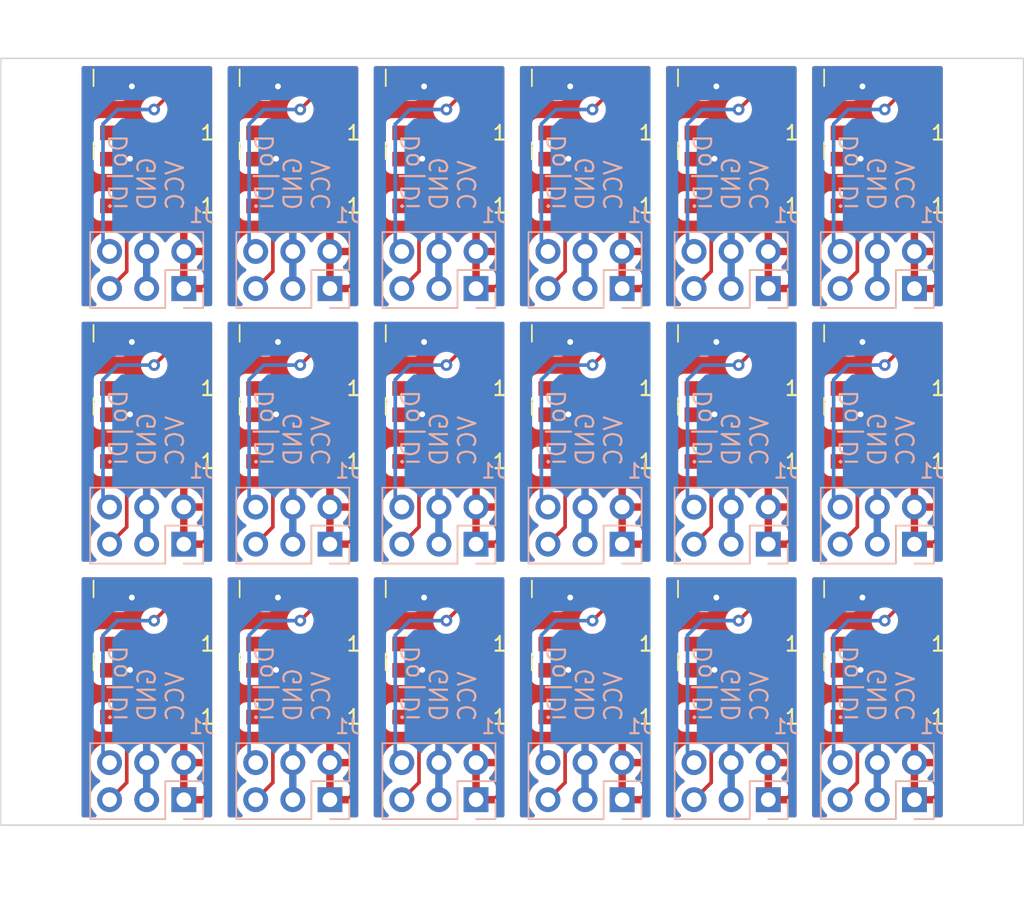
<source format=kicad_pcb>
(kicad_pcb (version 20171130) (host pcbnew 5.1.10-88a1d61d58~90~ubuntu21.04.1)
  (layers (0 F.Cu signal) (31 B.Cu signal) (34 B.Paste user hide) (35 F.Paste user hide) (36 B.SilkS user hide) (37 F.SilkS user) (38 B.Mask user hide) (39 F.Mask user hide) (44 Edge.Cuts user))
  (net 0 "")
  (net 1 Board_1-/Din)
  (net 2 Board_1-/Dout)
  (net 3 Board_1-GND)
  (net 4 "Board_1-Net-(D1-Pad2)")
  (net 5 Board_1-VCC)
  (net 6 Board_2-/Din)
  (net 7 Board_2-/Dout)
  (net 8 Board_2-GND)
  (net 9 "Board_2-Net-(D1-Pad2)")
  (net 10 Board_2-VCC)
  (net 11 Board_3-/Din)
  (net 12 Board_3-/Dout)
  (net 13 Board_3-GND)
  (net 14 "Board_3-Net-(D1-Pad2)")
  (net 15 Board_3-VCC)
  (net 16 Board_4-/Din)
  (net 17 Board_4-/Dout)
  (net 18 Board_4-GND)
  (net 19 "Board_4-Net-(D1-Pad2)")
  (net 20 Board_4-VCC)
  (net 21 Board_5-/Din)
  (net 22 Board_5-/Dout)
  (net 23 Board_5-GND)
  (net 24 "Board_5-Net-(D1-Pad2)")
  (net 25 Board_5-VCC)
  (net 26 Board_6-/Din)
  (net 27 Board_6-/Dout)
  (net 28 Board_6-GND)
  (net 29 "Board_6-Net-(D1-Pad2)")
  (net 30 Board_6-VCC)
  (net 31 Board_7-/Din)
  (net 32 Board_7-/Dout)
  (net 33 Board_7-GND)
  (net 34 "Board_7-Net-(D1-Pad2)")
  (net 35 Board_7-VCC)
  (net 36 Board_8-/Din)
  (net 37 Board_8-/Dout)
  (net 38 Board_8-GND)
  (net 39 "Board_8-Net-(D1-Pad2)")
  (net 40 Board_8-VCC)
  (net 41 Board_9-/Din)
  (net 42 Board_9-/Dout)
  (net 43 Board_9-GND)
  (net 44 "Board_9-Net-(D1-Pad2)")
  (net 45 Board_9-VCC)
  (net 46 Board_10-/Din)
  (net 47 Board_10-/Dout)
  (net 48 Board_10-GND)
  (net 49 "Board_10-Net-(D1-Pad2)")
  (net 50 Board_10-VCC)
  (net 51 Board_11-/Din)
  (net 52 Board_11-/Dout)
  (net 53 Board_11-GND)
  (net 54 "Board_11-Net-(D1-Pad2)")
  (net 55 Board_11-VCC)
  (net 56 Board_12-/Din)
  (net 57 Board_12-/Dout)
  (net 58 Board_12-GND)
  (net 59 "Board_12-Net-(D1-Pad2)")
  (net 60 Board_12-VCC)
  (net 61 Board_13-/Din)
  (net 62 Board_13-/Dout)
  (net 63 Board_13-GND)
  (net 64 "Board_13-Net-(D1-Pad2)")
  (net 65 Board_13-VCC)
  (net 66 Board_14-/Din)
  (net 67 Board_14-/Dout)
  (net 68 Board_14-GND)
  (net 69 "Board_14-Net-(D1-Pad2)")
  (net 70 Board_14-VCC)
  (net 71 Board_15-/Din)
  (net 72 Board_15-/Dout)
  (net 73 Board_15-GND)
  (net 74 "Board_15-Net-(D1-Pad2)")
  (net 75 Board_15-VCC)
  (net 76 Board_16-/Din)
  (net 77 Board_16-/Dout)
  (net 78 Board_16-GND)
  (net 79 "Board_16-Net-(D1-Pad2)")
  (net 80 Board_16-VCC)
  (net 81 Board_17-/Din)
  (net 82 Board_17-/Dout)
  (net 83 Board_17-GND)
  (net 84 "Board_17-Net-(D1-Pad2)")
  (net 85 Board_17-VCC)
  (net 86 Board_18-/Din)
  (net 87 Board_18-/Dout)
  (net 88 Board_18-GND)
  (net 89 "Board_18-Net-(D1-Pad2)")
  (net 90 Board_18-VCC)
  (module Connector_PinHeader_2.54mm:PinHeader_2x03_P2.54mm_Vertical (layer B.Cu) (at 107.529026 100.761011 90)
    (fp_text reference J1 (at 5.011 1.221 180) (layer B.SilkS) (effects (justify mirror)))
    (fp_text value Conn_02x03_Odd_Even)
    (pad 1 thru_hole rect (at 0 0 90) (size 1.7 1.7) (drill 1) (layers *.Cu *.Mask) (net 90 Board_18-VCC))
    (pad 2 thru_hole oval (at 2.54 0 90) (size 1.7 1.7) (drill 1) (layers *.Cu *.Mask) (net 90 Board_18-VCC))
    (pad 3 thru_hole oval (at 0 -2.54 90) (size 1.7 1.7) (drill 1) (layers *.Cu *.Mask) (net 88 Board_18-GND))
    (pad 4 thru_hole oval (at 2.54 -2.54 90) (size 1.7 1.7) (drill 1) (layers *.Cu *.Mask) (net 88 Board_18-GND))
    (pad 5 thru_hole oval (at 0 -5.08 90) (size 1.7 1.7) (drill 1) (layers *.Cu *.Mask) (net 86 Board_18-/Din))
    (pad 6 thru_hole oval (at 2.54 -5.08 90) (size 1.7 1.7) (drill 1) (layers *.Cu *.Mask) (net 87 Board_18-/Dout))
  )
  (module IndicatorLeds:LED_WS2812B_PLCC4_5.0x5.0mm_P3.2mm (layer F.Cu) (at 105.000026 93.500011 180)
    (fp_text reference D1 hide)
    (fp_text value WS2812B)
    (fp_text user 1 (at -4.15 -1.6) (layer F.SilkS))
    (pad 1 smd rect (at -2.45 -1.6 180) (size 1.5 1) (layers F.Cu F.Paste F.Mask) (net 90 Board_18-VCC))
    (pad 2 smd rect (at -2.45 1.6 180) (size 1.5 1) (layers F.Cu F.Paste F.Mask) (net 89 "Board_18-Net-(D1-Pad2)"))
    (pad 4 smd rect (at 2.45 -1.6 180) (size 1.5 1) (layers F.Cu F.Paste F.Mask) (net 86 Board_18-/Din))
    (pad 3 smd rect (at 2.45 1.6 180) (size 1.5 1) (layers F.Cu F.Paste F.Mask) (net 88 Board_18-GND))
  )
  (module IndicatorLeds:LED_WS2812B_PLCC4_5.0x5.0mm_P3.2mm (layer F.Cu) (at 105.000026 88.500011 180)
    (fp_text reference D2 hide)
    (fp_text value WS2812B)
    (fp_text user 1 (at -4.15 -1.6) (layer F.SilkS))
    (pad 1 smd rect (at -2.45 -1.6 180) (size 1.5 1) (layers F.Cu F.Paste F.Mask) (net 90 Board_18-VCC))
    (pad 2 smd rect (at -2.45 1.6 180) (size 1.5 1) (layers F.Cu F.Paste F.Mask) (net 87 Board_18-/Dout))
    (pad 4 smd rect (at 2.45 -1.6 180) (size 1.5 1) (layers F.Cu F.Paste F.Mask) (net 89 "Board_18-Net-(D1-Pad2)"))
    (pad 3 smd rect (at 2.45 1.6 180) (size 1.5 1) (layers F.Cu F.Paste F.Mask) (net 88 Board_18-GND))
  )
  (module Connector_PinHeader_2.54mm:PinHeader_2x03_P2.54mm_Vertical (layer B.Cu) (at 97.529021 100.761011 90)
    (fp_text reference J1 (at 5.011 1.221 180) (layer B.SilkS) (effects (justify mirror)))
    (fp_text value Conn_02x03_Odd_Even)
    (pad 1 thru_hole rect (at 0 0 90) (size 1.7 1.7) (drill 1) (layers *.Cu *.Mask) (net 85 Board_17-VCC))
    (pad 2 thru_hole oval (at 2.54 0 90) (size 1.7 1.7) (drill 1) (layers *.Cu *.Mask) (net 85 Board_17-VCC))
    (pad 3 thru_hole oval (at 0 -2.54 90) (size 1.7 1.7) (drill 1) (layers *.Cu *.Mask) (net 83 Board_17-GND))
    (pad 4 thru_hole oval (at 2.54 -2.54 90) (size 1.7 1.7) (drill 1) (layers *.Cu *.Mask) (net 83 Board_17-GND))
    (pad 5 thru_hole oval (at 0 -5.08 90) (size 1.7 1.7) (drill 1) (layers *.Cu *.Mask) (net 81 Board_17-/Din))
    (pad 6 thru_hole oval (at 2.54 -5.08 90) (size 1.7 1.7) (drill 1) (layers *.Cu *.Mask) (net 82 Board_17-/Dout))
  )
  (module IndicatorLeds:LED_WS2812B_PLCC4_5.0x5.0mm_P3.2mm (layer F.Cu) (at 95.000021 93.500011 180)
    (fp_text reference D1 hide)
    (fp_text value WS2812B)
    (fp_text user 1 (at -4.15 -1.6) (layer F.SilkS))
    (pad 1 smd rect (at -2.45 -1.6 180) (size 1.5 1) (layers F.Cu F.Paste F.Mask) (net 85 Board_17-VCC))
    (pad 2 smd rect (at -2.45 1.6 180) (size 1.5 1) (layers F.Cu F.Paste F.Mask) (net 84 "Board_17-Net-(D1-Pad2)"))
    (pad 4 smd rect (at 2.45 -1.6 180) (size 1.5 1) (layers F.Cu F.Paste F.Mask) (net 81 Board_17-/Din))
    (pad 3 smd rect (at 2.45 1.6 180) (size 1.5 1) (layers F.Cu F.Paste F.Mask) (net 83 Board_17-GND))
  )
  (module IndicatorLeds:LED_WS2812B_PLCC4_5.0x5.0mm_P3.2mm (layer F.Cu) (at 95.000021 88.500011 180)
    (fp_text reference D2 hide)
    (fp_text value WS2812B)
    (fp_text user 1 (at -4.15 -1.6) (layer F.SilkS))
    (pad 1 smd rect (at -2.45 -1.6 180) (size 1.5 1) (layers F.Cu F.Paste F.Mask) (net 85 Board_17-VCC))
    (pad 2 smd rect (at -2.45 1.6 180) (size 1.5 1) (layers F.Cu F.Paste F.Mask) (net 82 Board_17-/Dout))
    (pad 4 smd rect (at 2.45 -1.6 180) (size 1.5 1) (layers F.Cu F.Paste F.Mask) (net 84 "Board_17-Net-(D1-Pad2)"))
    (pad 3 smd rect (at 2.45 1.6 180) (size 1.5 1) (layers F.Cu F.Paste F.Mask) (net 83 Board_17-GND))
  )
  (module Connector_PinHeader_2.54mm:PinHeader_2x03_P2.54mm_Vertical (layer B.Cu) (at 87.529016 100.761011 90)
    (fp_text reference J1 (at 5.011 1.221 180) (layer B.SilkS) (effects (justify mirror)))
    (fp_text value Conn_02x03_Odd_Even)
    (pad 1 thru_hole rect (at 0 0 90) (size 1.7 1.7) (drill 1) (layers *.Cu *.Mask) (net 80 Board_16-VCC))
    (pad 2 thru_hole oval (at 2.54 0 90) (size 1.7 1.7) (drill 1) (layers *.Cu *.Mask) (net 80 Board_16-VCC))
    (pad 3 thru_hole oval (at 0 -2.54 90) (size 1.7 1.7) (drill 1) (layers *.Cu *.Mask) (net 78 Board_16-GND))
    (pad 4 thru_hole oval (at 2.54 -2.54 90) (size 1.7 1.7) (drill 1) (layers *.Cu *.Mask) (net 78 Board_16-GND))
    (pad 5 thru_hole oval (at 0 -5.08 90) (size 1.7 1.7) (drill 1) (layers *.Cu *.Mask) (net 76 Board_16-/Din))
    (pad 6 thru_hole oval (at 2.54 -5.08 90) (size 1.7 1.7) (drill 1) (layers *.Cu *.Mask) (net 77 Board_16-/Dout))
  )
  (module IndicatorLeds:LED_WS2812B_PLCC4_5.0x5.0mm_P3.2mm (layer F.Cu) (at 85.000016 93.500011 180)
    (fp_text reference D1 hide)
    (fp_text value WS2812B)
    (fp_text user 1 (at -4.15 -1.6) (layer F.SilkS))
    (pad 1 smd rect (at -2.45 -1.6 180) (size 1.5 1) (layers F.Cu F.Paste F.Mask) (net 80 Board_16-VCC))
    (pad 2 smd rect (at -2.45 1.6 180) (size 1.5 1) (layers F.Cu F.Paste F.Mask) (net 79 "Board_16-Net-(D1-Pad2)"))
    (pad 4 smd rect (at 2.45 -1.6 180) (size 1.5 1) (layers F.Cu F.Paste F.Mask) (net 76 Board_16-/Din))
    (pad 3 smd rect (at 2.45 1.6 180) (size 1.5 1) (layers F.Cu F.Paste F.Mask) (net 78 Board_16-GND))
  )
  (module IndicatorLeds:LED_WS2812B_PLCC4_5.0x5.0mm_P3.2mm (layer F.Cu) (at 85.000016 88.500011 180)
    (fp_text reference D2 hide)
    (fp_text value WS2812B)
    (fp_text user 1 (at -4.15 -1.6) (layer F.SilkS))
    (pad 1 smd rect (at -2.45 -1.6 180) (size 1.5 1) (layers F.Cu F.Paste F.Mask) (net 80 Board_16-VCC))
    (pad 2 smd rect (at -2.45 1.6 180) (size 1.5 1) (layers F.Cu F.Paste F.Mask) (net 77 Board_16-/Dout))
    (pad 4 smd rect (at 2.45 -1.6 180) (size 1.5 1) (layers F.Cu F.Paste F.Mask) (net 79 "Board_16-Net-(D1-Pad2)"))
    (pad 3 smd rect (at 2.45 1.6 180) (size 1.5 1) (layers F.Cu F.Paste F.Mask) (net 78 Board_16-GND))
  )
  (module Connector_PinHeader_2.54mm:PinHeader_2x03_P2.54mm_Vertical (layer B.Cu) (at 77.529011 100.761011 90)
    (fp_text reference J1 (at 5.011 1.221 180) (layer B.SilkS) (effects (justify mirror)))
    (fp_text value Conn_02x03_Odd_Even)
    (pad 1 thru_hole rect (at 0 0 90) (size 1.7 1.7) (drill 1) (layers *.Cu *.Mask) (net 75 Board_15-VCC))
    (pad 2 thru_hole oval (at 2.54 0 90) (size 1.7 1.7) (drill 1) (layers *.Cu *.Mask) (net 75 Board_15-VCC))
    (pad 3 thru_hole oval (at 0 -2.54 90) (size 1.7 1.7) (drill 1) (layers *.Cu *.Mask) (net 73 Board_15-GND))
    (pad 4 thru_hole oval (at 2.54 -2.54 90) (size 1.7 1.7) (drill 1) (layers *.Cu *.Mask) (net 73 Board_15-GND))
    (pad 5 thru_hole oval (at 0 -5.08 90) (size 1.7 1.7) (drill 1) (layers *.Cu *.Mask) (net 71 Board_15-/Din))
    (pad 6 thru_hole oval (at 2.54 -5.08 90) (size 1.7 1.7) (drill 1) (layers *.Cu *.Mask) (net 72 Board_15-/Dout))
  )
  (module IndicatorLeds:LED_WS2812B_PLCC4_5.0x5.0mm_P3.2mm (layer F.Cu) (at 75.000011 93.500011 180)
    (fp_text reference D1 hide)
    (fp_text value WS2812B)
    (fp_text user 1 (at -4.15 -1.6) (layer F.SilkS))
    (pad 1 smd rect (at -2.45 -1.6 180) (size 1.5 1) (layers F.Cu F.Paste F.Mask) (net 75 Board_15-VCC))
    (pad 2 smd rect (at -2.45 1.6 180) (size 1.5 1) (layers F.Cu F.Paste F.Mask) (net 74 "Board_15-Net-(D1-Pad2)"))
    (pad 4 smd rect (at 2.45 -1.6 180) (size 1.5 1) (layers F.Cu F.Paste F.Mask) (net 71 Board_15-/Din))
    (pad 3 smd rect (at 2.45 1.6 180) (size 1.5 1) (layers F.Cu F.Paste F.Mask) (net 73 Board_15-GND))
  )
  (module IndicatorLeds:LED_WS2812B_PLCC4_5.0x5.0mm_P3.2mm (layer F.Cu) (at 75.000011 88.500011 180)
    (fp_text reference D2 hide)
    (fp_text value WS2812B)
    (fp_text user 1 (at -4.15 -1.6) (layer F.SilkS))
    (pad 1 smd rect (at -2.45 -1.6 180) (size 1.5 1) (layers F.Cu F.Paste F.Mask) (net 75 Board_15-VCC))
    (pad 2 smd rect (at -2.45 1.6 180) (size 1.5 1) (layers F.Cu F.Paste F.Mask) (net 72 Board_15-/Dout))
    (pad 4 smd rect (at 2.45 -1.6 180) (size 1.5 1) (layers F.Cu F.Paste F.Mask) (net 74 "Board_15-Net-(D1-Pad2)"))
    (pad 3 smd rect (at 2.45 1.6 180) (size 1.5 1) (layers F.Cu F.Paste F.Mask) (net 73 Board_15-GND))
  )
  (module Connector_PinHeader_2.54mm:PinHeader_2x03_P2.54mm_Vertical (layer B.Cu) (at 67.529006 100.761011 90)
    (fp_text reference J1 (at 5.011 1.221 180) (layer B.SilkS) (effects (justify mirror)))
    (fp_text value Conn_02x03_Odd_Even)
    (pad 1 thru_hole rect (at 0 0 90) (size 1.7 1.7) (drill 1) (layers *.Cu *.Mask) (net 70 Board_14-VCC))
    (pad 2 thru_hole oval (at 2.54 0 90) (size 1.7 1.7) (drill 1) (layers *.Cu *.Mask) (net 70 Board_14-VCC))
    (pad 3 thru_hole oval (at 0 -2.54 90) (size 1.7 1.7) (drill 1) (layers *.Cu *.Mask) (net 68 Board_14-GND))
    (pad 4 thru_hole oval (at 2.54 -2.54 90) (size 1.7 1.7) (drill 1) (layers *.Cu *.Mask) (net 68 Board_14-GND))
    (pad 5 thru_hole oval (at 0 -5.08 90) (size 1.7 1.7) (drill 1) (layers *.Cu *.Mask) (net 66 Board_14-/Din))
    (pad 6 thru_hole oval (at 2.54 -5.08 90) (size 1.7 1.7) (drill 1) (layers *.Cu *.Mask) (net 67 Board_14-/Dout))
  )
  (module IndicatorLeds:LED_WS2812B_PLCC4_5.0x5.0mm_P3.2mm (layer F.Cu) (at 65.000006 93.500011 180)
    (fp_text reference D1 hide)
    (fp_text value WS2812B)
    (fp_text user 1 (at -4.15 -1.6) (layer F.SilkS))
    (pad 1 smd rect (at -2.45 -1.6 180) (size 1.5 1) (layers F.Cu F.Paste F.Mask) (net 70 Board_14-VCC))
    (pad 2 smd rect (at -2.45 1.6 180) (size 1.5 1) (layers F.Cu F.Paste F.Mask) (net 69 "Board_14-Net-(D1-Pad2)"))
    (pad 4 smd rect (at 2.45 -1.6 180) (size 1.5 1) (layers F.Cu F.Paste F.Mask) (net 66 Board_14-/Din))
    (pad 3 smd rect (at 2.45 1.6 180) (size 1.5 1) (layers F.Cu F.Paste F.Mask) (net 68 Board_14-GND))
  )
  (module IndicatorLeds:LED_WS2812B_PLCC4_5.0x5.0mm_P3.2mm (layer F.Cu) (at 65.000006 88.500011 180)
    (fp_text reference D2 hide)
    (fp_text value WS2812B)
    (fp_text user 1 (at -4.15 -1.6) (layer F.SilkS))
    (pad 1 smd rect (at -2.45 -1.6 180) (size 1.5 1) (layers F.Cu F.Paste F.Mask) (net 70 Board_14-VCC))
    (pad 2 smd rect (at -2.45 1.6 180) (size 1.5 1) (layers F.Cu F.Paste F.Mask) (net 67 Board_14-/Dout))
    (pad 4 smd rect (at 2.45 -1.6 180) (size 1.5 1) (layers F.Cu F.Paste F.Mask) (net 69 "Board_14-Net-(D1-Pad2)"))
    (pad 3 smd rect (at 2.45 1.6 180) (size 1.5 1) (layers F.Cu F.Paste F.Mask) (net 68 Board_14-GND))
  )
  (module Connector_PinHeader_2.54mm:PinHeader_2x03_P2.54mm_Vertical (layer B.Cu) (at 57.529001 100.761011 90)
    (fp_text reference J1 (at 5.011 1.221 180) (layer B.SilkS) (effects (justify mirror)))
    (fp_text value Conn_02x03_Odd_Even)
    (pad 1 thru_hole rect (at 0 0 90) (size 1.7 1.7) (drill 1) (layers *.Cu *.Mask) (net 65 Board_13-VCC))
    (pad 2 thru_hole oval (at 2.54 0 90) (size 1.7 1.7) (drill 1) (layers *.Cu *.Mask) (net 65 Board_13-VCC))
    (pad 3 thru_hole oval (at 0 -2.54 90) (size 1.7 1.7) (drill 1) (layers *.Cu *.Mask) (net 63 Board_13-GND))
    (pad 4 thru_hole oval (at 2.54 -2.54 90) (size 1.7 1.7) (drill 1) (layers *.Cu *.Mask) (net 63 Board_13-GND))
    (pad 5 thru_hole oval (at 0 -5.08 90) (size 1.7 1.7) (drill 1) (layers *.Cu *.Mask) (net 61 Board_13-/Din))
    (pad 6 thru_hole oval (at 2.54 -5.08 90) (size 1.7 1.7) (drill 1) (layers *.Cu *.Mask) (net 62 Board_13-/Dout))
  )
  (module IndicatorLeds:LED_WS2812B_PLCC4_5.0x5.0mm_P3.2mm (layer F.Cu) (at 55.000001 93.500011 180)
    (fp_text reference D1 hide)
    (fp_text value WS2812B)
    (fp_text user 1 (at -4.15 -1.6) (layer F.SilkS))
    (pad 1 smd rect (at -2.45 -1.6 180) (size 1.5 1) (layers F.Cu F.Paste F.Mask) (net 65 Board_13-VCC))
    (pad 2 smd rect (at -2.45 1.6 180) (size 1.5 1) (layers F.Cu F.Paste F.Mask) (net 64 "Board_13-Net-(D1-Pad2)"))
    (pad 4 smd rect (at 2.45 -1.6 180) (size 1.5 1) (layers F.Cu F.Paste F.Mask) (net 61 Board_13-/Din))
    (pad 3 smd rect (at 2.45 1.6 180) (size 1.5 1) (layers F.Cu F.Paste F.Mask) (net 63 Board_13-GND))
  )
  (module IndicatorLeds:LED_WS2812B_PLCC4_5.0x5.0mm_P3.2mm (layer F.Cu) (at 55.000001 88.500011 180)
    (fp_text reference D2 hide)
    (fp_text value WS2812B)
    (fp_text user 1 (at -4.15 -1.6) (layer F.SilkS))
    (pad 1 smd rect (at -2.45 -1.6 180) (size 1.5 1) (layers F.Cu F.Paste F.Mask) (net 65 Board_13-VCC))
    (pad 2 smd rect (at -2.45 1.6 180) (size 1.5 1) (layers F.Cu F.Paste F.Mask) (net 62 Board_13-/Dout))
    (pad 4 smd rect (at 2.45 -1.6 180) (size 1.5 1) (layers F.Cu F.Paste F.Mask) (net 64 "Board_13-Net-(D1-Pad2)"))
    (pad 3 smd rect (at 2.45 1.6 180) (size 1.5 1) (layers F.Cu F.Paste F.Mask) (net 63 Board_13-GND))
  )
  (module Connector_PinHeader_2.54mm:PinHeader_2x03_P2.54mm_Vertical (layer B.Cu) (at 107.529026 83.261006 90)
    (fp_text reference J1 (at 5.011 1.221 180) (layer B.SilkS) (effects (justify mirror)))
    (fp_text value Conn_02x03_Odd_Even)
    (pad 1 thru_hole rect (at 0 0 90) (size 1.7 1.7) (drill 1) (layers *.Cu *.Mask) (net 60 Board_12-VCC))
    (pad 2 thru_hole oval (at 2.54 0 90) (size 1.7 1.7) (drill 1) (layers *.Cu *.Mask) (net 60 Board_12-VCC))
    (pad 3 thru_hole oval (at 0 -2.54 90) (size 1.7 1.7) (drill 1) (layers *.Cu *.Mask) (net 58 Board_12-GND))
    (pad 4 thru_hole oval (at 2.54 -2.54 90) (size 1.7 1.7) (drill 1) (layers *.Cu *.Mask) (net 58 Board_12-GND))
    (pad 5 thru_hole oval (at 0 -5.08 90) (size 1.7 1.7) (drill 1) (layers *.Cu *.Mask) (net 56 Board_12-/Din))
    (pad 6 thru_hole oval (at 2.54 -5.08 90) (size 1.7 1.7) (drill 1) (layers *.Cu *.Mask) (net 57 Board_12-/Dout))
  )
  (module IndicatorLeds:LED_WS2812B_PLCC4_5.0x5.0mm_P3.2mm (layer F.Cu) (at 105.000026 76.000006 180)
    (fp_text reference D1 hide)
    (fp_text value WS2812B)
    (fp_text user 1 (at -4.15 -1.6) (layer F.SilkS))
    (pad 1 smd rect (at -2.45 -1.6 180) (size 1.5 1) (layers F.Cu F.Paste F.Mask) (net 60 Board_12-VCC))
    (pad 2 smd rect (at -2.45 1.6 180) (size 1.5 1) (layers F.Cu F.Paste F.Mask) (net 59 "Board_12-Net-(D1-Pad2)"))
    (pad 4 smd rect (at 2.45 -1.6 180) (size 1.5 1) (layers F.Cu F.Paste F.Mask) (net 56 Board_12-/Din))
    (pad 3 smd rect (at 2.45 1.6 180) (size 1.5 1) (layers F.Cu F.Paste F.Mask) (net 58 Board_12-GND))
  )
  (module IndicatorLeds:LED_WS2812B_PLCC4_5.0x5.0mm_P3.2mm (layer F.Cu) (at 105.000026 71.000006 180)
    (fp_text reference D2 hide)
    (fp_text value WS2812B)
    (fp_text user 1 (at -4.15 -1.6) (layer F.SilkS))
    (pad 1 smd rect (at -2.45 -1.6 180) (size 1.5 1) (layers F.Cu F.Paste F.Mask) (net 60 Board_12-VCC))
    (pad 2 smd rect (at -2.45 1.6 180) (size 1.5 1) (layers F.Cu F.Paste F.Mask) (net 57 Board_12-/Dout))
    (pad 4 smd rect (at 2.45 -1.6 180) (size 1.5 1) (layers F.Cu F.Paste F.Mask) (net 59 "Board_12-Net-(D1-Pad2)"))
    (pad 3 smd rect (at 2.45 1.6 180) (size 1.5 1) (layers F.Cu F.Paste F.Mask) (net 58 Board_12-GND))
  )
  (module Connector_PinHeader_2.54mm:PinHeader_2x03_P2.54mm_Vertical (layer B.Cu) (at 97.529021 83.261006 90)
    (fp_text reference J1 (at 5.011 1.221 180) (layer B.SilkS) (effects (justify mirror)))
    (fp_text value Conn_02x03_Odd_Even)
    (pad 1 thru_hole rect (at 0 0 90) (size 1.7 1.7) (drill 1) (layers *.Cu *.Mask) (net 55 Board_11-VCC))
    (pad 2 thru_hole oval (at 2.54 0 90) (size 1.7 1.7) (drill 1) (layers *.Cu *.Mask) (net 55 Board_11-VCC))
    (pad 3 thru_hole oval (at 0 -2.54 90) (size 1.7 1.7) (drill 1) (layers *.Cu *.Mask) (net 53 Board_11-GND))
    (pad 4 thru_hole oval (at 2.54 -2.54 90) (size 1.7 1.7) (drill 1) (layers *.Cu *.Mask) (net 53 Board_11-GND))
    (pad 5 thru_hole oval (at 0 -5.08 90) (size 1.7 1.7) (drill 1) (layers *.Cu *.Mask) (net 51 Board_11-/Din))
    (pad 6 thru_hole oval (at 2.54 -5.08 90) (size 1.7 1.7) (drill 1) (layers *.Cu *.Mask) (net 52 Board_11-/Dout))
  )
  (module IndicatorLeds:LED_WS2812B_PLCC4_5.0x5.0mm_P3.2mm (layer F.Cu) (at 95.000021 76.000006 180)
    (fp_text reference D1 hide)
    (fp_text value WS2812B)
    (fp_text user 1 (at -4.15 -1.6) (layer F.SilkS))
    (pad 1 smd rect (at -2.45 -1.6 180) (size 1.5 1) (layers F.Cu F.Paste F.Mask) (net 55 Board_11-VCC))
    (pad 2 smd rect (at -2.45 1.6 180) (size 1.5 1) (layers F.Cu F.Paste F.Mask) (net 54 "Board_11-Net-(D1-Pad2)"))
    (pad 4 smd rect (at 2.45 -1.6 180) (size 1.5 1) (layers F.Cu F.Paste F.Mask) (net 51 Board_11-/Din))
    (pad 3 smd rect (at 2.45 1.6 180) (size 1.5 1) (layers F.Cu F.Paste F.Mask) (net 53 Board_11-GND))
  )
  (module IndicatorLeds:LED_WS2812B_PLCC4_5.0x5.0mm_P3.2mm (layer F.Cu) (at 95.000021 71.000006 180)
    (fp_text reference D2 hide)
    (fp_text value WS2812B)
    (fp_text user 1 (at -4.15 -1.6) (layer F.SilkS))
    (pad 1 smd rect (at -2.45 -1.6 180) (size 1.5 1) (layers F.Cu F.Paste F.Mask) (net 55 Board_11-VCC))
    (pad 2 smd rect (at -2.45 1.6 180) (size 1.5 1) (layers F.Cu F.Paste F.Mask) (net 52 Board_11-/Dout))
    (pad 4 smd rect (at 2.45 -1.6 180) (size 1.5 1) (layers F.Cu F.Paste F.Mask) (net 54 "Board_11-Net-(D1-Pad2)"))
    (pad 3 smd rect (at 2.45 1.6 180) (size 1.5 1) (layers F.Cu F.Paste F.Mask) (net 53 Board_11-GND))
  )
  (module Connector_PinHeader_2.54mm:PinHeader_2x03_P2.54mm_Vertical (layer B.Cu) (at 87.529016 83.261006 90)
    (fp_text reference J1 (at 5.011 1.221 180) (layer B.SilkS) (effects (justify mirror)))
    (fp_text value Conn_02x03_Odd_Even)
    (pad 1 thru_hole rect (at 0 0 90) (size 1.7 1.7) (drill 1) (layers *.Cu *.Mask) (net 50 Board_10-VCC))
    (pad 2 thru_hole oval (at 2.54 0 90) (size 1.7 1.7) (drill 1) (layers *.Cu *.Mask) (net 50 Board_10-VCC))
    (pad 3 thru_hole oval (at 0 -2.54 90) (size 1.7 1.7) (drill 1) (layers *.Cu *.Mask) (net 48 Board_10-GND))
    (pad 4 thru_hole oval (at 2.54 -2.54 90) (size 1.7 1.7) (drill 1) (layers *.Cu *.Mask) (net 48 Board_10-GND))
    (pad 5 thru_hole oval (at 0 -5.08 90) (size 1.7 1.7) (drill 1) (layers *.Cu *.Mask) (net 46 Board_10-/Din))
    (pad 6 thru_hole oval (at 2.54 -5.08 90) (size 1.7 1.7) (drill 1) (layers *.Cu *.Mask) (net 47 Board_10-/Dout))
  )
  (module IndicatorLeds:LED_WS2812B_PLCC4_5.0x5.0mm_P3.2mm (layer F.Cu) (at 85.000016 76.000006 180)
    (fp_text reference D1 hide)
    (fp_text value WS2812B)
    (fp_text user 1 (at -4.15 -1.6) (layer F.SilkS))
    (pad 1 smd rect (at -2.45 -1.6 180) (size 1.5 1) (layers F.Cu F.Paste F.Mask) (net 50 Board_10-VCC))
    (pad 2 smd rect (at -2.45 1.6 180) (size 1.5 1) (layers F.Cu F.Paste F.Mask) (net 49 "Board_10-Net-(D1-Pad2)"))
    (pad 4 smd rect (at 2.45 -1.6 180) (size 1.5 1) (layers F.Cu F.Paste F.Mask) (net 46 Board_10-/Din))
    (pad 3 smd rect (at 2.45 1.6 180) (size 1.5 1) (layers F.Cu F.Paste F.Mask) (net 48 Board_10-GND))
  )
  (module IndicatorLeds:LED_WS2812B_PLCC4_5.0x5.0mm_P3.2mm (layer F.Cu) (at 85.000016 71.000006 180)
    (fp_text reference D2 hide)
    (fp_text value WS2812B)
    (fp_text user 1 (at -4.15 -1.6) (layer F.SilkS))
    (pad 1 smd rect (at -2.45 -1.6 180) (size 1.5 1) (layers F.Cu F.Paste F.Mask) (net 50 Board_10-VCC))
    (pad 2 smd rect (at -2.45 1.6 180) (size 1.5 1) (layers F.Cu F.Paste F.Mask) (net 47 Board_10-/Dout))
    (pad 4 smd rect (at 2.45 -1.6 180) (size 1.5 1) (layers F.Cu F.Paste F.Mask) (net 49 "Board_10-Net-(D1-Pad2)"))
    (pad 3 smd rect (at 2.45 1.6 180) (size 1.5 1) (layers F.Cu F.Paste F.Mask) (net 48 Board_10-GND))
  )
  (module Connector_PinHeader_2.54mm:PinHeader_2x03_P2.54mm_Vertical (layer B.Cu) (at 77.529011 83.261006 90)
    (fp_text reference J1 (at 5.011 1.221 180) (layer B.SilkS) (effects (justify mirror)))
    (fp_text value Conn_02x03_Odd_Even)
    (pad 1 thru_hole rect (at 0 0 90) (size 1.7 1.7) (drill 1) (layers *.Cu *.Mask) (net 45 Board_9-VCC))
    (pad 2 thru_hole oval (at 2.54 0 90) (size 1.7 1.7) (drill 1) (layers *.Cu *.Mask) (net 45 Board_9-VCC))
    (pad 3 thru_hole oval (at 0 -2.54 90) (size 1.7 1.7) (drill 1) (layers *.Cu *.Mask) (net 43 Board_9-GND))
    (pad 4 thru_hole oval (at 2.54 -2.54 90) (size 1.7 1.7) (drill 1) (layers *.Cu *.Mask) (net 43 Board_9-GND))
    (pad 5 thru_hole oval (at 0 -5.08 90) (size 1.7 1.7) (drill 1) (layers *.Cu *.Mask) (net 41 Board_9-/Din))
    (pad 6 thru_hole oval (at 2.54 -5.08 90) (size 1.7 1.7) (drill 1) (layers *.Cu *.Mask) (net 42 Board_9-/Dout))
  )
  (module IndicatorLeds:LED_WS2812B_PLCC4_5.0x5.0mm_P3.2mm (layer F.Cu) (at 75.000011 76.000006 180)
    (fp_text reference D1 hide)
    (fp_text value WS2812B)
    (fp_text user 1 (at -4.15 -1.6) (layer F.SilkS))
    (pad 1 smd rect (at -2.45 -1.6 180) (size 1.5 1) (layers F.Cu F.Paste F.Mask) (net 45 Board_9-VCC))
    (pad 2 smd rect (at -2.45 1.6 180) (size 1.5 1) (layers F.Cu F.Paste F.Mask) (net 44 "Board_9-Net-(D1-Pad2)"))
    (pad 4 smd rect (at 2.45 -1.6 180) (size 1.5 1) (layers F.Cu F.Paste F.Mask) (net 41 Board_9-/Din))
    (pad 3 smd rect (at 2.45 1.6 180) (size 1.5 1) (layers F.Cu F.Paste F.Mask) (net 43 Board_9-GND))
  )
  (module IndicatorLeds:LED_WS2812B_PLCC4_5.0x5.0mm_P3.2mm (layer F.Cu) (at 75.000011 71.000006 180)
    (fp_text reference D2 hide)
    (fp_text value WS2812B)
    (fp_text user 1 (at -4.15 -1.6) (layer F.SilkS))
    (pad 1 smd rect (at -2.45 -1.6 180) (size 1.5 1) (layers F.Cu F.Paste F.Mask) (net 45 Board_9-VCC))
    (pad 2 smd rect (at -2.45 1.6 180) (size 1.5 1) (layers F.Cu F.Paste F.Mask) (net 42 Board_9-/Dout))
    (pad 4 smd rect (at 2.45 -1.6 180) (size 1.5 1) (layers F.Cu F.Paste F.Mask) (net 44 "Board_9-Net-(D1-Pad2)"))
    (pad 3 smd rect (at 2.45 1.6 180) (size 1.5 1) (layers F.Cu F.Paste F.Mask) (net 43 Board_9-GND))
  )
  (module Connector_PinHeader_2.54mm:PinHeader_2x03_P2.54mm_Vertical (layer B.Cu) (at 67.529006 83.261006 90)
    (fp_text reference J1 (at 5.011 1.221 180) (layer B.SilkS) (effects (justify mirror)))
    (fp_text value Conn_02x03_Odd_Even)
    (pad 1 thru_hole rect (at 0 0 90) (size 1.7 1.7) (drill 1) (layers *.Cu *.Mask) (net 40 Board_8-VCC))
    (pad 2 thru_hole oval (at 2.54 0 90) (size 1.7 1.7) (drill 1) (layers *.Cu *.Mask) (net 40 Board_8-VCC))
    (pad 3 thru_hole oval (at 0 -2.54 90) (size 1.7 1.7) (drill 1) (layers *.Cu *.Mask) (net 38 Board_8-GND))
    (pad 4 thru_hole oval (at 2.54 -2.54 90) (size 1.7 1.7) (drill 1) (layers *.Cu *.Mask) (net 38 Board_8-GND))
    (pad 5 thru_hole oval (at 0 -5.08 90) (size 1.7 1.7) (drill 1) (layers *.Cu *.Mask) (net 36 Board_8-/Din))
    (pad 6 thru_hole oval (at 2.54 -5.08 90) (size 1.7 1.7) (drill 1) (layers *.Cu *.Mask) (net 37 Board_8-/Dout))
  )
  (module IndicatorLeds:LED_WS2812B_PLCC4_5.0x5.0mm_P3.2mm (layer F.Cu) (at 65.000006 76.000006 180)
    (fp_text reference D1 hide)
    (fp_text value WS2812B)
    (fp_text user 1 (at -4.15 -1.6) (layer F.SilkS))
    (pad 1 smd rect (at -2.45 -1.6 180) (size 1.5 1) (layers F.Cu F.Paste F.Mask) (net 40 Board_8-VCC))
    (pad 2 smd rect (at -2.45 1.6 180) (size 1.5 1) (layers F.Cu F.Paste F.Mask) (net 39 "Board_8-Net-(D1-Pad2)"))
    (pad 4 smd rect (at 2.45 -1.6 180) (size 1.5 1) (layers F.Cu F.Paste F.Mask) (net 36 Board_8-/Din))
    (pad 3 smd rect (at 2.45 1.6 180) (size 1.5 1) (layers F.Cu F.Paste F.Mask) (net 38 Board_8-GND))
  )
  (module IndicatorLeds:LED_WS2812B_PLCC4_5.0x5.0mm_P3.2mm (layer F.Cu) (at 65.000006 71.000006 180)
    (fp_text reference D2 hide)
    (fp_text value WS2812B)
    (fp_text user 1 (at -4.15 -1.6) (layer F.SilkS))
    (pad 1 smd rect (at -2.45 -1.6 180) (size 1.5 1) (layers F.Cu F.Paste F.Mask) (net 40 Board_8-VCC))
    (pad 2 smd rect (at -2.45 1.6 180) (size 1.5 1) (layers F.Cu F.Paste F.Mask) (net 37 Board_8-/Dout))
    (pad 4 smd rect (at 2.45 -1.6 180) (size 1.5 1) (layers F.Cu F.Paste F.Mask) (net 39 "Board_8-Net-(D1-Pad2)"))
    (pad 3 smd rect (at 2.45 1.6 180) (size 1.5 1) (layers F.Cu F.Paste F.Mask) (net 38 Board_8-GND))
  )
  (module Connector_PinHeader_2.54mm:PinHeader_2x03_P2.54mm_Vertical (layer B.Cu) (at 57.529001 83.261006 90)
    (fp_text reference J1 (at 5.011 1.221 180) (layer B.SilkS) (effects (justify mirror)))
    (fp_text value Conn_02x03_Odd_Even)
    (pad 1 thru_hole rect (at 0 0 90) (size 1.7 1.7) (drill 1) (layers *.Cu *.Mask) (net 35 Board_7-VCC))
    (pad 2 thru_hole oval (at 2.54 0 90) (size 1.7 1.7) (drill 1) (layers *.Cu *.Mask) (net 35 Board_7-VCC))
    (pad 3 thru_hole oval (at 0 -2.54 90) (size 1.7 1.7) (drill 1) (layers *.Cu *.Mask) (net 33 Board_7-GND))
    (pad 4 thru_hole oval (at 2.54 -2.54 90) (size 1.7 1.7) (drill 1) (layers *.Cu *.Mask) (net 33 Board_7-GND))
    (pad 5 thru_hole oval (at 0 -5.08 90) (size 1.7 1.7) (drill 1) (layers *.Cu *.Mask) (net 31 Board_7-/Din))
    (pad 6 thru_hole oval (at 2.54 -5.08 90) (size 1.7 1.7) (drill 1) (layers *.Cu *.Mask) (net 32 Board_7-/Dout))
  )
  (module IndicatorLeds:LED_WS2812B_PLCC4_5.0x5.0mm_P3.2mm (layer F.Cu) (at 55.000001 76.000006 180)
    (fp_text reference D1 hide)
    (fp_text value WS2812B)
    (fp_text user 1 (at -4.15 -1.6) (layer F.SilkS))
    (pad 1 smd rect (at -2.45 -1.6 180) (size 1.5 1) (layers F.Cu F.Paste F.Mask) (net 35 Board_7-VCC))
    (pad 2 smd rect (at -2.45 1.6 180) (size 1.5 1) (layers F.Cu F.Paste F.Mask) (net 34 "Board_7-Net-(D1-Pad2)"))
    (pad 4 smd rect (at 2.45 -1.6 180) (size 1.5 1) (layers F.Cu F.Paste F.Mask) (net 31 Board_7-/Din))
    (pad 3 smd rect (at 2.45 1.6 180) (size 1.5 1) (layers F.Cu F.Paste F.Mask) (net 33 Board_7-GND))
  )
  (module IndicatorLeds:LED_WS2812B_PLCC4_5.0x5.0mm_P3.2mm (layer F.Cu) (at 55.000001 71.000006 180)
    (fp_text reference D2 hide)
    (fp_text value WS2812B)
    (fp_text user 1 (at -4.15 -1.6) (layer F.SilkS))
    (pad 1 smd rect (at -2.45 -1.6 180) (size 1.5 1) (layers F.Cu F.Paste F.Mask) (net 35 Board_7-VCC))
    (pad 2 smd rect (at -2.45 1.6 180) (size 1.5 1) (layers F.Cu F.Paste F.Mask) (net 32 Board_7-/Dout))
    (pad 4 smd rect (at 2.45 -1.6 180) (size 1.5 1) (layers F.Cu F.Paste F.Mask) (net 34 "Board_7-Net-(D1-Pad2)"))
    (pad 3 smd rect (at 2.45 1.6 180) (size 1.5 1) (layers F.Cu F.Paste F.Mask) (net 33 Board_7-GND))
  )
  (module Connector_PinHeader_2.54mm:PinHeader_2x03_P2.54mm_Vertical (layer B.Cu) (at 107.529026 65.761001 90)
    (fp_text reference J1 (at 5.011 1.221 180) (layer B.SilkS) (effects (justify mirror)))
    (fp_text value Conn_02x03_Odd_Even)
    (pad 1 thru_hole rect (at 0 0 90) (size 1.7 1.7) (drill 1) (layers *.Cu *.Mask) (net 30 Board_6-VCC))
    (pad 2 thru_hole oval (at 2.54 0 90) (size 1.7 1.7) (drill 1) (layers *.Cu *.Mask) (net 30 Board_6-VCC))
    (pad 3 thru_hole oval (at 0 -2.54 90) (size 1.7 1.7) (drill 1) (layers *.Cu *.Mask) (net 28 Board_6-GND))
    (pad 4 thru_hole oval (at 2.54 -2.54 90) (size 1.7 1.7) (drill 1) (layers *.Cu *.Mask) (net 28 Board_6-GND))
    (pad 5 thru_hole oval (at 0 -5.08 90) (size 1.7 1.7) (drill 1) (layers *.Cu *.Mask) (net 26 Board_6-/Din))
    (pad 6 thru_hole oval (at 2.54 -5.08 90) (size 1.7 1.7) (drill 1) (layers *.Cu *.Mask) (net 27 Board_6-/Dout))
  )
  (module IndicatorLeds:LED_WS2812B_PLCC4_5.0x5.0mm_P3.2mm (layer F.Cu) (at 105.000026 58.500001 180)
    (fp_text reference D1 hide)
    (fp_text value WS2812B)
    (fp_text user 1 (at -4.15 -1.6) (layer F.SilkS))
    (pad 1 smd rect (at -2.45 -1.6 180) (size 1.5 1) (layers F.Cu F.Paste F.Mask) (net 30 Board_6-VCC))
    (pad 2 smd rect (at -2.45 1.6 180) (size 1.5 1) (layers F.Cu F.Paste F.Mask) (net 29 "Board_6-Net-(D1-Pad2)"))
    (pad 4 smd rect (at 2.45 -1.6 180) (size 1.5 1) (layers F.Cu F.Paste F.Mask) (net 26 Board_6-/Din))
    (pad 3 smd rect (at 2.45 1.6 180) (size 1.5 1) (layers F.Cu F.Paste F.Mask) (net 28 Board_6-GND))
  )
  (module IndicatorLeds:LED_WS2812B_PLCC4_5.0x5.0mm_P3.2mm (layer F.Cu) (at 105.000026 53.500001 180)
    (fp_text reference D2 hide)
    (fp_text value WS2812B)
    (fp_text user 1 (at -4.15 -1.6) (layer F.SilkS))
    (pad 1 smd rect (at -2.45 -1.6 180) (size 1.5 1) (layers F.Cu F.Paste F.Mask) (net 30 Board_6-VCC))
    (pad 2 smd rect (at -2.45 1.6 180) (size 1.5 1) (layers F.Cu F.Paste F.Mask) (net 27 Board_6-/Dout))
    (pad 4 smd rect (at 2.45 -1.6 180) (size 1.5 1) (layers F.Cu F.Paste F.Mask) (net 29 "Board_6-Net-(D1-Pad2)"))
    (pad 3 smd rect (at 2.45 1.6 180) (size 1.5 1) (layers F.Cu F.Paste F.Mask) (net 28 Board_6-GND))
  )
  (module Connector_PinHeader_2.54mm:PinHeader_2x03_P2.54mm_Vertical (layer B.Cu) (at 97.529021 65.761001 90)
    (fp_text reference J1 (at 5.011 1.221 180) (layer B.SilkS) (effects (justify mirror)))
    (fp_text value Conn_02x03_Odd_Even)
    (pad 1 thru_hole rect (at 0 0 90) (size 1.7 1.7) (drill 1) (layers *.Cu *.Mask) (net 25 Board_5-VCC))
    (pad 2 thru_hole oval (at 2.54 0 90) (size 1.7 1.7) (drill 1) (layers *.Cu *.Mask) (net 25 Board_5-VCC))
    (pad 3 thru_hole oval (at 0 -2.54 90) (size 1.7 1.7) (drill 1) (layers *.Cu *.Mask) (net 23 Board_5-GND))
    (pad 4 thru_hole oval (at 2.54 -2.54 90) (size 1.7 1.7) (drill 1) (layers *.Cu *.Mask) (net 23 Board_5-GND))
    (pad 5 thru_hole oval (at 0 -5.08 90) (size 1.7 1.7) (drill 1) (layers *.Cu *.Mask) (net 21 Board_5-/Din))
    (pad 6 thru_hole oval (at 2.54 -5.08 90) (size 1.7 1.7) (drill 1) (layers *.Cu *.Mask) (net 22 Board_5-/Dout))
  )
  (module IndicatorLeds:LED_WS2812B_PLCC4_5.0x5.0mm_P3.2mm (layer F.Cu) (at 95.000021 58.500001 180)
    (fp_text reference D1 hide)
    (fp_text value WS2812B)
    (fp_text user 1 (at -4.15 -1.6) (layer F.SilkS))
    (pad 1 smd rect (at -2.45 -1.6 180) (size 1.5 1) (layers F.Cu F.Paste F.Mask) (net 25 Board_5-VCC))
    (pad 2 smd rect (at -2.45 1.6 180) (size 1.5 1) (layers F.Cu F.Paste F.Mask) (net 24 "Board_5-Net-(D1-Pad2)"))
    (pad 4 smd rect (at 2.45 -1.6 180) (size 1.5 1) (layers F.Cu F.Paste F.Mask) (net 21 Board_5-/Din))
    (pad 3 smd rect (at 2.45 1.6 180) (size 1.5 1) (layers F.Cu F.Paste F.Mask) (net 23 Board_5-GND))
  )
  (module IndicatorLeds:LED_WS2812B_PLCC4_5.0x5.0mm_P3.2mm (layer F.Cu) (at 95.000021 53.500001 180)
    (fp_text reference D2 hide)
    (fp_text value WS2812B)
    (fp_text user 1 (at -4.15 -1.6) (layer F.SilkS))
    (pad 1 smd rect (at -2.45 -1.6 180) (size 1.5 1) (layers F.Cu F.Paste F.Mask) (net 25 Board_5-VCC))
    (pad 2 smd rect (at -2.45 1.6 180) (size 1.5 1) (layers F.Cu F.Paste F.Mask) (net 22 Board_5-/Dout))
    (pad 4 smd rect (at 2.45 -1.6 180) (size 1.5 1) (layers F.Cu F.Paste F.Mask) (net 24 "Board_5-Net-(D1-Pad2)"))
    (pad 3 smd rect (at 2.45 1.6 180) (size 1.5 1) (layers F.Cu F.Paste F.Mask) (net 23 Board_5-GND))
  )
  (module Connector_PinHeader_2.54mm:PinHeader_2x03_P2.54mm_Vertical (layer B.Cu) (at 87.529016 65.761001 90)
    (fp_text reference J1 (at 5.011 1.221 180) (layer B.SilkS) (effects (justify mirror)))
    (fp_text value Conn_02x03_Odd_Even)
    (pad 1 thru_hole rect (at 0 0 90) (size 1.7 1.7) (drill 1) (layers *.Cu *.Mask) (net 20 Board_4-VCC))
    (pad 2 thru_hole oval (at 2.54 0 90) (size 1.7 1.7) (drill 1) (layers *.Cu *.Mask) (net 20 Board_4-VCC))
    (pad 3 thru_hole oval (at 0 -2.54 90) (size 1.7 1.7) (drill 1) (layers *.Cu *.Mask) (net 18 Board_4-GND))
    (pad 4 thru_hole oval (at 2.54 -2.54 90) (size 1.7 1.7) (drill 1) (layers *.Cu *.Mask) (net 18 Board_4-GND))
    (pad 5 thru_hole oval (at 0 -5.08 90) (size 1.7 1.7) (drill 1) (layers *.Cu *.Mask) (net 16 Board_4-/Din))
    (pad 6 thru_hole oval (at 2.54 -5.08 90) (size 1.7 1.7) (drill 1) (layers *.Cu *.Mask) (net 17 Board_4-/Dout))
  )
  (module IndicatorLeds:LED_WS2812B_PLCC4_5.0x5.0mm_P3.2mm (layer F.Cu) (at 85.000016 58.500001 180)
    (fp_text reference D1 hide)
    (fp_text value WS2812B)
    (fp_text user 1 (at -4.15 -1.6) (layer F.SilkS))
    (pad 1 smd rect (at -2.45 -1.6 180) (size 1.5 1) (layers F.Cu F.Paste F.Mask) (net 20 Board_4-VCC))
    (pad 2 smd rect (at -2.45 1.6 180) (size 1.5 1) (layers F.Cu F.Paste F.Mask) (net 19 "Board_4-Net-(D1-Pad2)"))
    (pad 4 smd rect (at 2.45 -1.6 180) (size 1.5 1) (layers F.Cu F.Paste F.Mask) (net 16 Board_4-/Din))
    (pad 3 smd rect (at 2.45 1.6 180) (size 1.5 1) (layers F.Cu F.Paste F.Mask) (net 18 Board_4-GND))
  )
  (module IndicatorLeds:LED_WS2812B_PLCC4_5.0x5.0mm_P3.2mm (layer F.Cu) (at 85.000016 53.500001 180)
    (fp_text reference D2 hide)
    (fp_text value WS2812B)
    (fp_text user 1 (at -4.15 -1.6) (layer F.SilkS))
    (pad 1 smd rect (at -2.45 -1.6 180) (size 1.5 1) (layers F.Cu F.Paste F.Mask) (net 20 Board_4-VCC))
    (pad 2 smd rect (at -2.45 1.6 180) (size 1.5 1) (layers F.Cu F.Paste F.Mask) (net 17 Board_4-/Dout))
    (pad 4 smd rect (at 2.45 -1.6 180) (size 1.5 1) (layers F.Cu F.Paste F.Mask) (net 19 "Board_4-Net-(D1-Pad2)"))
    (pad 3 smd rect (at 2.45 1.6 180) (size 1.5 1) (layers F.Cu F.Paste F.Mask) (net 18 Board_4-GND))
  )
  (module Connector_PinHeader_2.54mm:PinHeader_2x03_P2.54mm_Vertical (layer B.Cu) (at 77.529011 65.761001 90)
    (fp_text reference J1 (at 5.011 1.221 180) (layer B.SilkS) (effects (justify mirror)))
    (fp_text value Conn_02x03_Odd_Even)
    (pad 1 thru_hole rect (at 0 0 90) (size 1.7 1.7) (drill 1) (layers *.Cu *.Mask) (net 15 Board_3-VCC))
    (pad 2 thru_hole oval (at 2.54 0 90) (size 1.7 1.7) (drill 1) (layers *.Cu *.Mask) (net 15 Board_3-VCC))
    (pad 3 thru_hole oval (at 0 -2.54 90) (size 1.7 1.7) (drill 1) (layers *.Cu *.Mask) (net 13 Board_3-GND))
    (pad 4 thru_hole oval (at 2.54 -2.54 90) (size 1.7 1.7) (drill 1) (layers *.Cu *.Mask) (net 13 Board_3-GND))
    (pad 5 thru_hole oval (at 0 -5.08 90) (size 1.7 1.7) (drill 1) (layers *.Cu *.Mask) (net 11 Board_3-/Din))
    (pad 6 thru_hole oval (at 2.54 -5.08 90) (size 1.7 1.7) (drill 1) (layers *.Cu *.Mask) (net 12 Board_3-/Dout))
  )
  (module IndicatorLeds:LED_WS2812B_PLCC4_5.0x5.0mm_P3.2mm (layer F.Cu) (at 75.000011 58.500001 180)
    (fp_text reference D1 hide)
    (fp_text value WS2812B)
    (fp_text user 1 (at -4.15 -1.6) (layer F.SilkS))
    (pad 1 smd rect (at -2.45 -1.6 180) (size 1.5 1) (layers F.Cu F.Paste F.Mask) (net 15 Board_3-VCC))
    (pad 2 smd rect (at -2.45 1.6 180) (size 1.5 1) (layers F.Cu F.Paste F.Mask) (net 14 "Board_3-Net-(D1-Pad2)"))
    (pad 4 smd rect (at 2.45 -1.6 180) (size 1.5 1) (layers F.Cu F.Paste F.Mask) (net 11 Board_3-/Din))
    (pad 3 smd rect (at 2.45 1.6 180) (size 1.5 1) (layers F.Cu F.Paste F.Mask) (net 13 Board_3-GND))
  )
  (module IndicatorLeds:LED_WS2812B_PLCC4_5.0x5.0mm_P3.2mm (layer F.Cu) (at 75.000011 53.500001 180)
    (fp_text reference D2 hide)
    (fp_text value WS2812B)
    (fp_text user 1 (at -4.15 -1.6) (layer F.SilkS))
    (pad 1 smd rect (at -2.45 -1.6 180) (size 1.5 1) (layers F.Cu F.Paste F.Mask) (net 15 Board_3-VCC))
    (pad 2 smd rect (at -2.45 1.6 180) (size 1.5 1) (layers F.Cu F.Paste F.Mask) (net 12 Board_3-/Dout))
    (pad 4 smd rect (at 2.45 -1.6 180) (size 1.5 1) (layers F.Cu F.Paste F.Mask) (net 14 "Board_3-Net-(D1-Pad2)"))
    (pad 3 smd rect (at 2.45 1.6 180) (size 1.5 1) (layers F.Cu F.Paste F.Mask) (net 13 Board_3-GND))
  )
  (module Connector_PinHeader_2.54mm:PinHeader_2x03_P2.54mm_Vertical (layer B.Cu) (at 67.529006 65.761001 90)
    (fp_text reference J1 (at 5.011 1.221 180) (layer B.SilkS) (effects (justify mirror)))
    (fp_text value Conn_02x03_Odd_Even)
    (pad 1 thru_hole rect (at 0 0 90) (size 1.7 1.7) (drill 1) (layers *.Cu *.Mask) (net 10 Board_2-VCC))
    (pad 2 thru_hole oval (at 2.54 0 90) (size 1.7 1.7) (drill 1) (layers *.Cu *.Mask) (net 10 Board_2-VCC))
    (pad 3 thru_hole oval (at 0 -2.54 90) (size 1.7 1.7) (drill 1) (layers *.Cu *.Mask) (net 8 Board_2-GND))
    (pad 4 thru_hole oval (at 2.54 -2.54 90) (size 1.7 1.7) (drill 1) (layers *.Cu *.Mask) (net 8 Board_2-GND))
    (pad 5 thru_hole oval (at 0 -5.08 90) (size 1.7 1.7) (drill 1) (layers *.Cu *.Mask) (net 6 Board_2-/Din))
    (pad 6 thru_hole oval (at 2.54 -5.08 90) (size 1.7 1.7) (drill 1) (layers *.Cu *.Mask) (net 7 Board_2-/Dout))
  )
  (module IndicatorLeds:LED_WS2812B_PLCC4_5.0x5.0mm_P3.2mm (layer F.Cu) (at 65.000006 58.500001 180)
    (fp_text reference D1 hide)
    (fp_text value WS2812B)
    (fp_text user 1 (at -4.15 -1.6) (layer F.SilkS))
    (pad 1 smd rect (at -2.45 -1.6 180) (size 1.5 1) (layers F.Cu F.Paste F.Mask) (net 10 Board_2-VCC))
    (pad 2 smd rect (at -2.45 1.6 180) (size 1.5 1) (layers F.Cu F.Paste F.Mask) (net 9 "Board_2-Net-(D1-Pad2)"))
    (pad 4 smd rect (at 2.45 -1.6 180) (size 1.5 1) (layers F.Cu F.Paste F.Mask) (net 6 Board_2-/Din))
    (pad 3 smd rect (at 2.45 1.6 180) (size 1.5 1) (layers F.Cu F.Paste F.Mask) (net 8 Board_2-GND))
  )
  (module IndicatorLeds:LED_WS2812B_PLCC4_5.0x5.0mm_P3.2mm (layer F.Cu) (at 65.000006 53.500001 180)
    (fp_text reference D2 hide)
    (fp_text value WS2812B)
    (fp_text user 1 (at -4.15 -1.6) (layer F.SilkS))
    (pad 1 smd rect (at -2.45 -1.6 180) (size 1.5 1) (layers F.Cu F.Paste F.Mask) (net 10 Board_2-VCC))
    (pad 2 smd rect (at -2.45 1.6 180) (size 1.5 1) (layers F.Cu F.Paste F.Mask) (net 7 Board_2-/Dout))
    (pad 4 smd rect (at 2.45 -1.6 180) (size 1.5 1) (layers F.Cu F.Paste F.Mask) (net 9 "Board_2-Net-(D1-Pad2)"))
    (pad 3 smd rect (at 2.45 1.6 180) (size 1.5 1) (layers F.Cu F.Paste F.Mask) (net 8 Board_2-GND))
  )
  (module Connector_PinHeader_2.54mm:PinHeader_2x03_P2.54mm_Vertical (layer B.Cu) (at 57.529001 65.761001 90)
    (fp_text reference J1 (at 5.011 1.221 180) (layer B.SilkS) (effects (justify mirror)))
    (fp_text value Conn_02x03_Odd_Even)
    (pad 1 thru_hole rect (at 0 0 90) (size 1.7 1.7) (drill 1) (layers *.Cu *.Mask) (net 5 Board_1-VCC))
    (pad 2 thru_hole oval (at 2.54 0 90) (size 1.7 1.7) (drill 1) (layers *.Cu *.Mask) (net 5 Board_1-VCC))
    (pad 3 thru_hole oval (at 0 -2.54 90) (size 1.7 1.7) (drill 1) (layers *.Cu *.Mask) (net 3 Board_1-GND))
    (pad 4 thru_hole oval (at 2.54 -2.54 90) (size 1.7 1.7) (drill 1) (layers *.Cu *.Mask) (net 3 Board_1-GND))
    (pad 5 thru_hole oval (at 0 -5.08 90) (size 1.7 1.7) (drill 1) (layers *.Cu *.Mask) (net 1 Board_1-/Din))
    (pad 6 thru_hole oval (at 2.54 -5.08 90) (size 1.7 1.7) (drill 1) (layers *.Cu *.Mask) (net 2 Board_1-/Dout))
  )
  (module IndicatorLeds:LED_WS2812B_PLCC4_5.0x5.0mm_P3.2mm (layer F.Cu) (at 55.000001 58.500001 180)
    (fp_text reference D1 hide)
    (fp_text value WS2812B)
    (fp_text user 1 (at -4.15 -1.6) (layer F.SilkS))
    (pad 1 smd rect (at -2.45 -1.6 180) (size 1.5 1) (layers F.Cu F.Paste F.Mask) (net 5 Board_1-VCC))
    (pad 2 smd rect (at -2.45 1.6 180) (size 1.5 1) (layers F.Cu F.Paste F.Mask) (net 4 "Board_1-Net-(D1-Pad2)"))
    (pad 4 smd rect (at 2.45 -1.6 180) (size 1.5 1) (layers F.Cu F.Paste F.Mask) (net 1 Board_1-/Din))
    (pad 3 smd rect (at 2.45 1.6 180) (size 1.5 1) (layers F.Cu F.Paste F.Mask) (net 3 Board_1-GND))
  )
  (module IndicatorLeds:LED_WS2812B_PLCC4_5.0x5.0mm_P3.2mm (layer F.Cu) (at 55.000001 53.500001 180)
    (fp_text reference D2 hide)
    (fp_text value WS2812B)
    (fp_text user 1 (at -4.15 -1.6) (layer F.SilkS))
    (pad 1 smd rect (at -2.45 -1.6 180) (size 1.5 1) (layers F.Cu F.Paste F.Mask) (net 5 Board_1-VCC))
    (pad 2 smd rect (at -2.45 1.6 180) (size 1.5 1) (layers F.Cu F.Paste F.Mask) (net 2 Board_1-/Dout))
    (pad 4 smd rect (at 2.45 -1.6 180) (size 1.5 1) (layers F.Cu F.Paste F.Mask) (net 4 "Board_1-Net-(D1-Pad2)"))
    (pad 3 smd rect (at 2.45 1.6 180) (size 1.5 1) (layers F.Cu F.Paste F.Mask) (net 3 Board_1-GND))
  )
  (gr_line (start 45 49.999) (end 110 49.999) (layer Edge.Cuts) (width 0.1))
  (gr_line (start 45 102.501) (end 45 49.999) (layer Edge.Cuts) (width 0.1))
  (gr_line (start 115.001 102.501) (end 45 102.501) (layer Edge.Cuts) (width 0.1))
  (gr_line (start 115.001 49.999) (end 115.001 102.501) (layer Edge.Cuts) (width 0.1))
  (gr_line (start 110 49.999) (end 115.001 49.999) (layer Edge.Cuts) (width 0.1))
  (gr_text "Do|Di\nGND\nVCC" (at 105.000026 95.500011 90) (layer B.SilkS) (effects (font (size 1.2 1.2)) (justify right mirror)))
  (gr_text "Do|Di\nGND\nVCC" (at 95.000021 95.500011 90) (layer B.SilkS) (effects (font (size 1.2 1.2)) (justify right mirror)))
  (gr_text "Do|Di\nGND\nVCC" (at 85.000016 95.500011 90) (layer B.SilkS) (effects (font (size 1.2 1.2)) (justify right mirror)))
  (gr_text "Do|Di\nGND\nVCC" (at 75.000011 95.500011 90) (layer B.SilkS) (effects (font (size 1.2 1.2)) (justify right mirror)))
  (gr_text "Do|Di\nGND\nVCC" (at 65.000006 95.500011 90) (layer B.SilkS) (effects (font (size 1.2 1.2)) (justify right mirror)))
  (gr_text "Do|Di\nGND\nVCC" (at 55.000001 95.500011 90) (layer B.SilkS) (effects (font (size 1.2 1.2)) (justify right mirror)))
  (gr_text "Do|Di\nGND\nVCC" (at 105.000026 78.000006 90) (layer B.SilkS) (effects (font (size 1.2 1.2)) (justify right mirror)))
  (gr_text "Do|Di\nGND\nVCC" (at 95.000021 78.000006 90) (layer B.SilkS) (effects (font (size 1.2 1.2)) (justify right mirror)))
  (gr_text "Do|Di\nGND\nVCC" (at 85.000016 78.000006 90) (layer B.SilkS) (effects (font (size 1.2 1.2)) (justify right mirror)))
  (gr_text "Do|Di\nGND\nVCC" (at 75.000011 78.000006 90) (layer B.SilkS) (effects (font (size 1.2 1.2)) (justify right mirror)))
  (gr_text "Do|Di\nGND\nVCC" (at 65.000006 78.000006 90) (layer B.SilkS) (effects (font (size 1.2 1.2)) (justify right mirror)))
  (gr_text "Do|Di\nGND\nVCC" (at 55.000001 78.000006 90) (layer B.SilkS) (effects (font (size 1.2 1.2)) (justify right mirror)))
  (gr_text "Do|Di\nGND\nVCC" (at 105.000026 60.500001 90) (layer B.SilkS) (effects (font (size 1.2 1.2)) (justify right mirror)))
  (gr_text "Do|Di\nGND\nVCC" (at 95.000021 60.500001 90) (layer B.SilkS) (effects (font (size 1.2 1.2)) (justify right mirror)))
  (gr_text "Do|Di\nGND\nVCC" (at 85.000016 60.500001 90) (layer B.SilkS) (effects (font (size 1.2 1.2)) (justify right mirror)))
  (gr_text "Do|Di\nGND\nVCC" (at 75.000011 60.500001 90) (layer B.SilkS) (effects (font (size 1.2 1.2)) (justify right mirror)))
  (gr_text "Do|Di\nGND\nVCC" (at 65.000006 60.500001 90) (layer B.SilkS) (effects (font (size 1.2 1.2)) (justify right mirror)))
  (gr_text "Do|Di\nGND\nVCC" (at 55.000001 60.500001 90) (layer B.SilkS) (effects (font (size 1.2 1.2)) (justify right mirror)))
  (segment (start 52.550001 60.100001) (end 53.100001 60.100001) (width 0.25) (layer F.Cu) (net 1))
  (segment (start 53.624002 64.586) (end 52.449001 65.761001) (width 0.25) (layer F.Cu) (net 1))
  (segment (start 53.624002 60.624002) (end 53.624002 64.586) (width 0.25) (layer F.Cu) (net 1))
  (segment (start 53.100001 60.100001) (end 53.624002 60.624002) (width 0.25) (layer F.Cu) (net 1))
  (segment (start 52.449001 63.221001) (end 52.000001 62.772001) (width 0.25) (layer B.Cu) (net 2))
  (segment (start 57.100001 51.900001) (end 55.500001 53.500001) (width 0.25) (layer F.Cu) (net 2))
  (via (at 55.500001 53.500001) (size 0.8) (drill 0.4) (layers F.Cu B.Cu) (net 2))
  (segment (start 57.450001 51.900001) (end 57.100001 51.900001) (width 0.25) (layer F.Cu) (net 2))
  (segment (start 53.000001 53.500001) (end 52.000001 54.500001) (width 0.25) (layer B.Cu) (net 2))
  (segment (start 55.500001 53.500001) (end 53.000001 53.500001) (width 0.25) (layer B.Cu) (net 2))
  (segment (start 52.000001 62.772001) (end 52.000001 54.500001) (width 0.25) (layer B.Cu) (net 2))
  (via (at 53.846001 56.871001) (size 0.8) (drill 0.4) (layers F.Cu B.Cu) (net 3))
  (segment (start 53.817001 56.900001) (end 53.846001 56.871001) (width 0.25) (layer F.Cu) (net 3))
  (segment (start 52.550001 56.900001) (end 53.817001 56.900001) (width 0.25) (layer F.Cu) (net 3))
  (via (at 53.973001 51.918001) (size 0.8) (drill 0.4) (layers F.Cu B.Cu) (net 3))
  (segment (start 52.550001 51.900001) (end 53.955001 51.900001) (width 0.25) (layer F.Cu) (net 3))
  (segment (start 53.955001 51.900001) (end 53.973001 51.918001) (width 0.25) (layer F.Cu) (net 3))
  (segment (start 57.450001 56.900001) (end 56.669001 56.900001) (width 0.25) (layer F.Cu) (net 4))
  (segment (start 54.869001 55.100001) (end 52.550001 55.100001) (width 0.25) (layer F.Cu) (net 4))
  (segment (start 56.669001 56.900001) (end 54.869001 55.100001) (width 0.25) (layer F.Cu) (net 4))
  (segment (start 62.550006 60.100001) (end 63.100006 60.100001) (width 0.25) (layer F.Cu) (net 6))
  (segment (start 63.624007 64.586) (end 62.449006 65.761001) (width 0.25) (layer F.Cu) (net 6))
  (segment (start 63.624007 60.624002) (end 63.624007 64.586) (width 0.25) (layer F.Cu) (net 6))
  (segment (start 63.100006 60.100001) (end 63.624007 60.624002) (width 0.25) (layer F.Cu) (net 6))
  (segment (start 102.550026 95.100011) (end 103.100026 95.100011) (width 0.25) (layer F.Cu) (net 86))
  (segment (start 103.624027 99.58601) (end 102.449026 100.761011) (width 0.25) (layer F.Cu) (net 86))
  (segment (start 103.624027 95.624012) (end 103.624027 99.58601) (width 0.25) (layer F.Cu) (net 86))
  (segment (start 103.100026 95.100011) (end 103.624027 95.624012) (width 0.25) (layer F.Cu) (net 86))
  (segment (start 92.550021 95.100011) (end 93.100021 95.100011) (width 0.25) (layer F.Cu) (net 81))
  (segment (start 93.624022 99.58601) (end 92.449021 100.761011) (width 0.25) (layer F.Cu) (net 81))
  (segment (start 93.624022 95.624012) (end 93.624022 99.58601) (width 0.25) (layer F.Cu) (net 81))
  (segment (start 93.100021 95.100011) (end 93.624022 95.624012) (width 0.25) (layer F.Cu) (net 81))
  (segment (start 82.550016 95.100011) (end 83.100016 95.100011) (width 0.25) (layer F.Cu) (net 76))
  (segment (start 83.624017 99.58601) (end 82.449016 100.761011) (width 0.25) (layer F.Cu) (net 76))
  (segment (start 83.624017 95.624012) (end 83.624017 99.58601) (width 0.25) (layer F.Cu) (net 76))
  (segment (start 83.100016 95.100011) (end 83.624017 95.624012) (width 0.25) (layer F.Cu) (net 76))
  (segment (start 72.550011 95.100011) (end 73.100011 95.100011) (width 0.25) (layer F.Cu) (net 71))
  (segment (start 73.624012 99.58601) (end 72.449011 100.761011) (width 0.25) (layer F.Cu) (net 71))
  (segment (start 73.624012 95.624012) (end 73.624012 99.58601) (width 0.25) (layer F.Cu) (net 71))
  (segment (start 73.100011 95.100011) (end 73.624012 95.624012) (width 0.25) (layer F.Cu) (net 71))
  (segment (start 62.550006 95.100011) (end 63.100006 95.100011) (width 0.25) (layer F.Cu) (net 66))
  (segment (start 63.624007 99.58601) (end 62.449006 100.761011) (width 0.25) (layer F.Cu) (net 66))
  (segment (start 63.624007 95.624012) (end 63.624007 99.58601) (width 0.25) (layer F.Cu) (net 66))
  (segment (start 63.100006 95.100011) (end 63.624007 95.624012) (width 0.25) (layer F.Cu) (net 66))
  (segment (start 52.550001 95.100011) (end 53.100001 95.100011) (width 0.25) (layer F.Cu) (net 61))
  (segment (start 53.624002 99.58601) (end 52.449001 100.761011) (width 0.25) (layer F.Cu) (net 61))
  (segment (start 53.624002 95.624012) (end 53.624002 99.58601) (width 0.25) (layer F.Cu) (net 61))
  (segment (start 53.100001 95.100011) (end 53.624002 95.624012) (width 0.25) (layer F.Cu) (net 61))
  (segment (start 102.550026 77.600006) (end 103.100026 77.600006) (width 0.25) (layer F.Cu) (net 56))
  (segment (start 103.624027 82.086005) (end 102.449026 83.261006) (width 0.25) (layer F.Cu) (net 56))
  (segment (start 103.624027 78.124007) (end 103.624027 82.086005) (width 0.25) (layer F.Cu) (net 56))
  (segment (start 103.100026 77.600006) (end 103.624027 78.124007) (width 0.25) (layer F.Cu) (net 56))
  (segment (start 92.550021 77.600006) (end 93.100021 77.600006) (width 0.25) (layer F.Cu) (net 51))
  (segment (start 93.624022 82.086005) (end 92.449021 83.261006) (width 0.25) (layer F.Cu) (net 51))
  (segment (start 93.624022 78.124007) (end 93.624022 82.086005) (width 0.25) (layer F.Cu) (net 51))
  (segment (start 93.100021 77.600006) (end 93.624022 78.124007) (width 0.25) (layer F.Cu) (net 51))
  (segment (start 82.550016 77.600006) (end 83.100016 77.600006) (width 0.25) (layer F.Cu) (net 46))
  (segment (start 83.624017 82.086005) (end 82.449016 83.261006) (width 0.25) (layer F.Cu) (net 46))
  (segment (start 83.624017 78.124007) (end 83.624017 82.086005) (width 0.25) (layer F.Cu) (net 46))
  (segment (start 83.100016 77.600006) (end 83.624017 78.124007) (width 0.25) (layer F.Cu) (net 46))
  (segment (start 72.550011 77.600006) (end 73.100011 77.600006) (width 0.25) (layer F.Cu) (net 41))
  (segment (start 73.624012 82.086005) (end 72.449011 83.261006) (width 0.25) (layer F.Cu) (net 41))
  (segment (start 73.624012 78.124007) (end 73.624012 82.086005) (width 0.25) (layer F.Cu) (net 41))
  (segment (start 73.100011 77.600006) (end 73.624012 78.124007) (width 0.25) (layer F.Cu) (net 41))
  (segment (start 62.550006 77.600006) (end 63.100006 77.600006) (width 0.25) (layer F.Cu) (net 36))
  (segment (start 63.624007 82.086005) (end 62.449006 83.261006) (width 0.25) (layer F.Cu) (net 36))
  (segment (start 63.624007 78.124007) (end 63.624007 82.086005) (width 0.25) (layer F.Cu) (net 36))
  (segment (start 63.100006 77.600006) (end 63.624007 78.124007) (width 0.25) (layer F.Cu) (net 36))
  (segment (start 52.550001 77.600006) (end 53.100001 77.600006) (width 0.25) (layer F.Cu) (net 31))
  (segment (start 53.624002 82.086005) (end 52.449001 83.261006) (width 0.25) (layer F.Cu) (net 31))
  (segment (start 53.624002 78.124007) (end 53.624002 82.086005) (width 0.25) (layer F.Cu) (net 31))
  (segment (start 53.100001 77.600006) (end 53.624002 78.124007) (width 0.25) (layer F.Cu) (net 31))
  (segment (start 102.550026 60.100001) (end 103.100026 60.100001) (width 0.25) (layer F.Cu) (net 26))
  (segment (start 103.624027 64.586) (end 102.449026 65.761001) (width 0.25) (layer F.Cu) (net 26))
  (segment (start 103.624027 60.624002) (end 103.624027 64.586) (width 0.25) (layer F.Cu) (net 26))
  (segment (start 103.100026 60.100001) (end 103.624027 60.624002) (width 0.25) (layer F.Cu) (net 26))
  (segment (start 92.550021 60.100001) (end 93.100021 60.100001) (width 0.25) (layer F.Cu) (net 21))
  (segment (start 93.624022 64.586) (end 92.449021 65.761001) (width 0.25) (layer F.Cu) (net 21))
  (segment (start 93.624022 60.624002) (end 93.624022 64.586) (width 0.25) (layer F.Cu) (net 21))
  (segment (start 93.100021 60.100001) (end 93.624022 60.624002) (width 0.25) (layer F.Cu) (net 21))
  (segment (start 82.550016 60.100001) (end 83.100016 60.100001) (width 0.25) (layer F.Cu) (net 16))
  (segment (start 83.624017 64.586) (end 82.449016 65.761001) (width 0.25) (layer F.Cu) (net 16))
  (segment (start 83.624017 60.624002) (end 83.624017 64.586) (width 0.25) (layer F.Cu) (net 16))
  (segment (start 83.100016 60.100001) (end 83.624017 60.624002) (width 0.25) (layer F.Cu) (net 16))
  (segment (start 72.550011 60.100001) (end 73.100011 60.100001) (width 0.25) (layer F.Cu) (net 11))
  (segment (start 73.624012 64.586) (end 72.449011 65.761001) (width 0.25) (layer F.Cu) (net 11))
  (segment (start 73.624012 60.624002) (end 73.624012 64.586) (width 0.25) (layer F.Cu) (net 11))
  (segment (start 73.100011 60.100001) (end 73.624012 60.624002) (width 0.25) (layer F.Cu) (net 11))
  (segment (start 62.449006 63.221001) (end 62.000006 62.772001) (width 0.25) (layer B.Cu) (net 7))
  (segment (start 67.100006 51.900001) (end 65.500006 53.500001) (width 0.25) (layer F.Cu) (net 7))
  (via (at 65.500006 53.500001) (size 0.8) (drill 0.4) (layers F.Cu B.Cu) (net 7))
  (segment (start 67.450006 51.900001) (end 67.100006 51.900001) (width 0.25) (layer F.Cu) (net 7))
  (segment (start 63.000006 53.500001) (end 62.000006 54.500001) (width 0.25) (layer B.Cu) (net 7))
  (segment (start 65.500006 53.500001) (end 63.000006 53.500001) (width 0.25) (layer B.Cu) (net 7))
  (segment (start 62.000006 62.772001) (end 62.000006 54.500001) (width 0.25) (layer B.Cu) (net 7))
  (segment (start 102.449026 98.221011) (end 102.000026 97.772011) (width 0.25) (layer B.Cu) (net 87))
  (segment (start 107.100026 86.900011) (end 105.500026 88.500011) (width 0.25) (layer F.Cu) (net 87))
  (via (at 105.500026 88.500011) (size 0.8) (drill 0.4) (layers F.Cu B.Cu) (net 87))
  (segment (start 107.450026 86.900011) (end 107.100026 86.900011) (width 0.25) (layer F.Cu) (net 87))
  (segment (start 103.000026 88.500011) (end 102.000026 89.500011) (width 0.25) (layer B.Cu) (net 87))
  (segment (start 105.500026 88.500011) (end 103.000026 88.500011) (width 0.25) (layer B.Cu) (net 87))
  (segment (start 102.000026 97.772011) (end 102.000026 89.500011) (width 0.25) (layer B.Cu) (net 87))
  (segment (start 92.449021 98.221011) (end 92.000021 97.772011) (width 0.25) (layer B.Cu) (net 82))
  (segment (start 97.100021 86.900011) (end 95.500021 88.500011) (width 0.25) (layer F.Cu) (net 82))
  (via (at 95.500021 88.500011) (size 0.8) (drill 0.4) (layers F.Cu B.Cu) (net 82))
  (segment (start 97.450021 86.900011) (end 97.100021 86.900011) (width 0.25) (layer F.Cu) (net 82))
  (segment (start 93.000021 88.500011) (end 92.000021 89.500011) (width 0.25) (layer B.Cu) (net 82))
  (segment (start 95.500021 88.500011) (end 93.000021 88.500011) (width 0.25) (layer B.Cu) (net 82))
  (segment (start 92.000021 97.772011) (end 92.000021 89.500011) (width 0.25) (layer B.Cu) (net 82))
  (segment (start 82.449016 98.221011) (end 82.000016 97.772011) (width 0.25) (layer B.Cu) (net 77))
  (segment (start 87.100016 86.900011) (end 85.500016 88.500011) (width 0.25) (layer F.Cu) (net 77))
  (via (at 85.500016 88.500011) (size 0.8) (drill 0.4) (layers F.Cu B.Cu) (net 77))
  (segment (start 87.450016 86.900011) (end 87.100016 86.900011) (width 0.25) (layer F.Cu) (net 77))
  (segment (start 83.000016 88.500011) (end 82.000016 89.500011) (width 0.25) (layer B.Cu) (net 77))
  (segment (start 85.500016 88.500011) (end 83.000016 88.500011) (width 0.25) (layer B.Cu) (net 77))
  (segment (start 82.000016 97.772011) (end 82.000016 89.500011) (width 0.25) (layer B.Cu) (net 77))
  (segment (start 72.449011 98.221011) (end 72.000011 97.772011) (width 0.25) (layer B.Cu) (net 72))
  (segment (start 77.100011 86.900011) (end 75.500011 88.500011) (width 0.25) (layer F.Cu) (net 72))
  (via (at 75.500011 88.500011) (size 0.8) (drill 0.4) (layers F.Cu B.Cu) (net 72))
  (segment (start 77.450011 86.900011) (end 77.100011 86.900011) (width 0.25) (layer F.Cu) (net 72))
  (segment (start 73.000011 88.500011) (end 72.000011 89.500011) (width 0.25) (layer B.Cu) (net 72))
  (segment (start 75.500011 88.500011) (end 73.000011 88.500011) (width 0.25) (layer B.Cu) (net 72))
  (segment (start 72.000011 97.772011) (end 72.000011 89.500011) (width 0.25) (layer B.Cu) (net 72))
  (segment (start 62.449006 98.221011) (end 62.000006 97.772011) (width 0.25) (layer B.Cu) (net 67))
  (segment (start 67.100006 86.900011) (end 65.500006 88.500011) (width 0.25) (layer F.Cu) (net 67))
  (via (at 65.500006 88.500011) (size 0.8) (drill 0.4) (layers F.Cu B.Cu) (net 67))
  (segment (start 67.450006 86.900011) (end 67.100006 86.900011) (width 0.25) (layer F.Cu) (net 67))
  (segment (start 63.000006 88.500011) (end 62.000006 89.500011) (width 0.25) (layer B.Cu) (net 67))
  (segment (start 65.500006 88.500011) (end 63.000006 88.500011) (width 0.25) (layer B.Cu) (net 67))
  (segment (start 62.000006 97.772011) (end 62.000006 89.500011) (width 0.25) (layer B.Cu) (net 67))
  (segment (start 52.449001 98.221011) (end 52.000001 97.772011) (width 0.25) (layer B.Cu) (net 62))
  (segment (start 57.100001 86.900011) (end 55.500001 88.500011) (width 0.25) (layer F.Cu) (net 62))
  (via (at 55.500001 88.500011) (size 0.8) (drill 0.4) (layers F.Cu B.Cu) (net 62))
  (segment (start 57.450001 86.900011) (end 57.100001 86.900011) (width 0.25) (layer F.Cu) (net 62))
  (segment (start 53.000001 88.500011) (end 52.000001 89.500011) (width 0.25) (layer B.Cu) (net 62))
  (segment (start 55.500001 88.500011) (end 53.000001 88.500011) (width 0.25) (layer B.Cu) (net 62))
  (segment (start 52.000001 97.772011) (end 52.000001 89.500011) (width 0.25) (layer B.Cu) (net 62))
  (segment (start 102.449026 80.721006) (end 102.000026 80.272006) (width 0.25) (layer B.Cu) (net 57))
  (segment (start 107.100026 69.400006) (end 105.500026 71.000006) (width 0.25) (layer F.Cu) (net 57))
  (via (at 105.500026 71.000006) (size 0.8) (drill 0.4) (layers F.Cu B.Cu) (net 57))
  (segment (start 107.450026 69.400006) (end 107.100026 69.400006) (width 0.25) (layer F.Cu) (net 57))
  (segment (start 103.000026 71.000006) (end 102.000026 72.000006) (width 0.25) (layer B.Cu) (net 57))
  (segment (start 105.500026 71.000006) (end 103.000026 71.000006) (width 0.25) (layer B.Cu) (net 57))
  (segment (start 102.000026 80.272006) (end 102.000026 72.000006) (width 0.25) (layer B.Cu) (net 57))
  (segment (start 92.449021 80.721006) (end 92.000021 80.272006) (width 0.25) (layer B.Cu) (net 52))
  (segment (start 97.100021 69.400006) (end 95.500021 71.000006) (width 0.25) (layer F.Cu) (net 52))
  (via (at 95.500021 71.000006) (size 0.8) (drill 0.4) (layers F.Cu B.Cu) (net 52))
  (segment (start 97.450021 69.400006) (end 97.100021 69.400006) (width 0.25) (layer F.Cu) (net 52))
  (segment (start 93.000021 71.000006) (end 92.000021 72.000006) (width 0.25) (layer B.Cu) (net 52))
  (segment (start 95.500021 71.000006) (end 93.000021 71.000006) (width 0.25) (layer B.Cu) (net 52))
  (segment (start 92.000021 80.272006) (end 92.000021 72.000006) (width 0.25) (layer B.Cu) (net 52))
  (segment (start 82.449016 80.721006) (end 82.000016 80.272006) (width 0.25) (layer B.Cu) (net 47))
  (segment (start 87.100016 69.400006) (end 85.500016 71.000006) (width 0.25) (layer F.Cu) (net 47))
  (via (at 85.500016 71.000006) (size 0.8) (drill 0.4) (layers F.Cu B.Cu) (net 47))
  (segment (start 87.450016 69.400006) (end 87.100016 69.400006) (width 0.25) (layer F.Cu) (net 47))
  (segment (start 83.000016 71.000006) (end 82.000016 72.000006) (width 0.25) (layer B.Cu) (net 47))
  (segment (start 85.500016 71.000006) (end 83.000016 71.000006) (width 0.25) (layer B.Cu) (net 47))
  (segment (start 82.000016 80.272006) (end 82.000016 72.000006) (width 0.25) (layer B.Cu) (net 47))
  (segment (start 72.449011 80.721006) (end 72.000011 80.272006) (width 0.25) (layer B.Cu) (net 42))
  (segment (start 77.100011 69.400006) (end 75.500011 71.000006) (width 0.25) (layer F.Cu) (net 42))
  (via (at 75.500011 71.000006) (size 0.8) (drill 0.4) (layers F.Cu B.Cu) (net 42))
  (segment (start 77.450011 69.400006) (end 77.100011 69.400006) (width 0.25) (layer F.Cu) (net 42))
  (segment (start 73.000011 71.000006) (end 72.000011 72.000006) (width 0.25) (layer B.Cu) (net 42))
  (segment (start 75.500011 71.000006) (end 73.000011 71.000006) (width 0.25) (layer B.Cu) (net 42))
  (segment (start 72.000011 80.272006) (end 72.000011 72.000006) (width 0.25) (layer B.Cu) (net 42))
  (segment (start 62.449006 80.721006) (end 62.000006 80.272006) (width 0.25) (layer B.Cu) (net 37))
  (segment (start 67.100006 69.400006) (end 65.500006 71.000006) (width 0.25) (layer F.Cu) (net 37))
  (via (at 65.500006 71.000006) (size 0.8) (drill 0.4) (layers F.Cu B.Cu) (net 37))
  (segment (start 67.450006 69.400006) (end 67.100006 69.400006) (width 0.25) (layer F.Cu) (net 37))
  (segment (start 63.000006 71.000006) (end 62.000006 72.000006) (width 0.25) (layer B.Cu) (net 37))
  (segment (start 65.500006 71.000006) (end 63.000006 71.000006) (width 0.25) (layer B.Cu) (net 37))
  (segment (start 62.000006 80.272006) (end 62.000006 72.000006) (width 0.25) (layer B.Cu) (net 37))
  (segment (start 52.449001 80.721006) (end 52.000001 80.272006) (width 0.25) (layer B.Cu) (net 32))
  (segment (start 57.100001 69.400006) (end 55.500001 71.000006) (width 0.25) (layer F.Cu) (net 32))
  (via (at 55.500001 71.000006) (size 0.8) (drill 0.4) (layers F.Cu B.Cu) (net 32))
  (segment (start 57.450001 69.400006) (end 57.100001 69.400006) (width 0.25) (layer F.Cu) (net 32))
  (segment (start 53.000001 71.000006) (end 52.000001 72.000006) (width 0.25) (layer B.Cu) (net 32))
  (segment (start 55.500001 71.000006) (end 53.000001 71.000006) (width 0.25) (layer B.Cu) (net 32))
  (segment (start 52.000001 80.272006) (end 52.000001 72.000006) (width 0.25) (layer B.Cu) (net 32))
  (segment (start 102.449026 63.221001) (end 102.000026 62.772001) (width 0.25) (layer B.Cu) (net 27))
  (segment (start 107.100026 51.900001) (end 105.500026 53.500001) (width 0.25) (layer F.Cu) (net 27))
  (via (at 105.500026 53.500001) (size 0.8) (drill 0.4) (layers F.Cu B.Cu) (net 27))
  (segment (start 107.450026 51.900001) (end 107.100026 51.900001) (width 0.25) (layer F.Cu) (net 27))
  (segment (start 103.000026 53.500001) (end 102.000026 54.500001) (width 0.25) (layer B.Cu) (net 27))
  (segment (start 105.500026 53.500001) (end 103.000026 53.500001) (width 0.25) (layer B.Cu) (net 27))
  (segment (start 102.000026 62.772001) (end 102.000026 54.500001) (width 0.25) (layer B.Cu) (net 27))
  (segment (start 92.449021 63.221001) (end 92.000021 62.772001) (width 0.25) (layer B.Cu) (net 22))
  (segment (start 97.100021 51.900001) (end 95.500021 53.500001) (width 0.25) (layer F.Cu) (net 22))
  (via (at 95.500021 53.500001) (size 0.8) (drill 0.4) (layers F.Cu B.Cu) (net 22))
  (segment (start 97.450021 51.900001) (end 97.100021 51.900001) (width 0.25) (layer F.Cu) (net 22))
  (segment (start 93.000021 53.500001) (end 92.000021 54.500001) (width 0.25) (layer B.Cu) (net 22))
  (segment (start 95.500021 53.500001) (end 93.000021 53.500001) (width 0.25) (layer B.Cu) (net 22))
  (segment (start 92.000021 62.772001) (end 92.000021 54.500001) (width 0.25) (layer B.Cu) (net 22))
  (segment (start 82.449016 63.221001) (end 82.000016 62.772001) (width 0.25) (layer B.Cu) (net 17))
  (segment (start 87.100016 51.900001) (end 85.500016 53.500001) (width 0.25) (layer F.Cu) (net 17))
  (via (at 85.500016 53.500001) (size 0.8) (drill 0.4) (layers F.Cu B.Cu) (net 17))
  (segment (start 87.450016 51.900001) (end 87.100016 51.900001) (width 0.25) (layer F.Cu) (net 17))
  (segment (start 83.000016 53.500001) (end 82.000016 54.500001) (width 0.25) (layer B.Cu) (net 17))
  (segment (start 85.500016 53.500001) (end 83.000016 53.500001) (width 0.25) (layer B.Cu) (net 17))
  (segment (start 82.000016 62.772001) (end 82.000016 54.500001) (width 0.25) (layer B.Cu) (net 17))
  (segment (start 72.449011 63.221001) (end 72.000011 62.772001) (width 0.25) (layer B.Cu) (net 12))
  (segment (start 77.100011 51.900001) (end 75.500011 53.500001) (width 0.25) (layer F.Cu) (net 12))
  (via (at 75.500011 53.500001) (size 0.8) (drill 0.4) (layers F.Cu B.Cu) (net 12))
  (segment (start 77.450011 51.900001) (end 77.100011 51.900001) (width 0.25) (layer F.Cu) (net 12))
  (segment (start 73.000011 53.500001) (end 72.000011 54.500001) (width 0.25) (layer B.Cu) (net 12))
  (segment (start 75.500011 53.500001) (end 73.000011 53.500001) (width 0.25) (layer B.Cu) (net 12))
  (segment (start 72.000011 62.772001) (end 72.000011 54.500001) (width 0.25) (layer B.Cu) (net 12))
  (via (at 63.846006 56.871001) (size 0.8) (drill 0.4) (layers F.Cu B.Cu) (net 8))
  (segment (start 63.817006 56.900001) (end 63.846006 56.871001) (width 0.25) (layer F.Cu) (net 8))
  (segment (start 62.550006 56.900001) (end 63.817006 56.900001) (width 0.25) (layer F.Cu) (net 8))
  (via (at 63.973006 51.918001) (size 0.8) (drill 0.4) (layers F.Cu B.Cu) (net 8))
  (segment (start 62.550006 51.900001) (end 63.955006 51.900001) (width 0.25) (layer F.Cu) (net 8))
  (segment (start 63.955006 51.900001) (end 63.973006 51.918001) (width 0.25) (layer F.Cu) (net 8))
  (via (at 103.846026 91.871011) (size 0.8) (drill 0.4) (layers F.Cu B.Cu) (net 88))
  (segment (start 103.817026 91.900011) (end 103.846026 91.871011) (width 0.25) (layer F.Cu) (net 88))
  (segment (start 102.550026 91.900011) (end 103.817026 91.900011) (width 0.25) (layer F.Cu) (net 88))
  (via (at 103.973026 86.918011) (size 0.8) (drill 0.4) (layers F.Cu B.Cu) (net 88))
  (segment (start 102.550026 86.900011) (end 103.955026 86.900011) (width 0.25) (layer F.Cu) (net 88))
  (segment (start 103.955026 86.900011) (end 103.973026 86.918011) (width 0.25) (layer F.Cu) (net 88))
  (via (at 93.846021 91.871011) (size 0.8) (drill 0.4) (layers F.Cu B.Cu) (net 83))
  (segment (start 93.817021 91.900011) (end 93.846021 91.871011) (width 0.25) (layer F.Cu) (net 83))
  (segment (start 92.550021 91.900011) (end 93.817021 91.900011) (width 0.25) (layer F.Cu) (net 83))
  (via (at 93.973021 86.918011) (size 0.8) (drill 0.4) (layers F.Cu B.Cu) (net 83))
  (segment (start 92.550021 86.900011) (end 93.955021 86.900011) (width 0.25) (layer F.Cu) (net 83))
  (segment (start 93.955021 86.900011) (end 93.973021 86.918011) (width 0.25) (layer F.Cu) (net 83))
  (via (at 83.846016 91.871011) (size 0.8) (drill 0.4) (layers F.Cu B.Cu) (net 78))
  (segment (start 83.817016 91.900011) (end 83.846016 91.871011) (width 0.25) (layer F.Cu) (net 78))
  (segment (start 82.550016 91.900011) (end 83.817016 91.900011) (width 0.25) (layer F.Cu) (net 78))
  (via (at 83.973016 86.918011) (size 0.8) (drill 0.4) (layers F.Cu B.Cu) (net 78))
  (segment (start 82.550016 86.900011) (end 83.955016 86.900011) (width 0.25) (layer F.Cu) (net 78))
  (segment (start 83.955016 86.900011) (end 83.973016 86.918011) (width 0.25) (layer F.Cu) (net 78))
  (via (at 73.846011 91.871011) (size 0.8) (drill 0.4) (layers F.Cu B.Cu) (net 73))
  (segment (start 73.817011 91.900011) (end 73.846011 91.871011) (width 0.25) (layer F.Cu) (net 73))
  (segment (start 72.550011 91.900011) (end 73.817011 91.900011) (width 0.25) (layer F.Cu) (net 73))
  (via (at 73.973011 86.918011) (size 0.8) (drill 0.4) (layers F.Cu B.Cu) (net 73))
  (segment (start 72.550011 86.900011) (end 73.955011 86.900011) (width 0.25) (layer F.Cu) (net 73))
  (segment (start 73.955011 86.900011) (end 73.973011 86.918011) (width 0.25) (layer F.Cu) (net 73))
  (via (at 63.846006 91.871011) (size 0.8) (drill 0.4) (layers F.Cu B.Cu) (net 68))
  (segment (start 63.817006 91.900011) (end 63.846006 91.871011) (width 0.25) (layer F.Cu) (net 68))
  (segment (start 62.550006 91.900011) (end 63.817006 91.900011) (width 0.25) (layer F.Cu) (net 68))
  (via (at 63.973006 86.918011) (size 0.8) (drill 0.4) (layers F.Cu B.Cu) (net 68))
  (segment (start 62.550006 86.900011) (end 63.955006 86.900011) (width 0.25) (layer F.Cu) (net 68))
  (segment (start 63.955006 86.900011) (end 63.973006 86.918011) (width 0.25) (layer F.Cu) (net 68))
  (via (at 53.846001 91.871011) (size 0.8) (drill 0.4) (layers F.Cu B.Cu) (net 63))
  (segment (start 53.817001 91.900011) (end 53.846001 91.871011) (width 0.25) (layer F.Cu) (net 63))
  (segment (start 52.550001 91.900011) (end 53.817001 91.900011) (width 0.25) (layer F.Cu) (net 63))
  (via (at 53.973001 86.918011) (size 0.8) (drill 0.4) (layers F.Cu B.Cu) (net 63))
  (segment (start 52.550001 86.900011) (end 53.955001 86.900011) (width 0.25) (layer F.Cu) (net 63))
  (segment (start 53.955001 86.900011) (end 53.973001 86.918011) (width 0.25) (layer F.Cu) (net 63))
  (via (at 103.846026 74.371006) (size 0.8) (drill 0.4) (layers F.Cu B.Cu) (net 58))
  (segment (start 103.817026 74.400006) (end 103.846026 74.371006) (width 0.25) (layer F.Cu) (net 58))
  (segment (start 102.550026 74.400006) (end 103.817026 74.400006) (width 0.25) (layer F.Cu) (net 58))
  (via (at 103.973026 69.418006) (size 0.8) (drill 0.4) (layers F.Cu B.Cu) (net 58))
  (segment (start 102.550026 69.400006) (end 103.955026 69.400006) (width 0.25) (layer F.Cu) (net 58))
  (segment (start 103.955026 69.400006) (end 103.973026 69.418006) (width 0.25) (layer F.Cu) (net 58))
  (via (at 93.846021 74.371006) (size 0.8) (drill 0.4) (layers F.Cu B.Cu) (net 53))
  (segment (start 93.817021 74.400006) (end 93.846021 74.371006) (width 0.25) (layer F.Cu) (net 53))
  (segment (start 92.550021 74.400006) (end 93.817021 74.400006) (width 0.25) (layer F.Cu) (net 53))
  (via (at 93.973021 69.418006) (size 0.8) (drill 0.4) (layers F.Cu B.Cu) (net 53))
  (segment (start 92.550021 69.400006) (end 93.955021 69.400006) (width 0.25) (layer F.Cu) (net 53))
  (segment (start 93.955021 69.400006) (end 93.973021 69.418006) (width 0.25) (layer F.Cu) (net 53))
  (via (at 83.846016 74.371006) (size 0.8) (drill 0.4) (layers F.Cu B.Cu) (net 48))
  (segment (start 83.817016 74.400006) (end 83.846016 74.371006) (width 0.25) (layer F.Cu) (net 48))
  (segment (start 82.550016 74.400006) (end 83.817016 74.400006) (width 0.25) (layer F.Cu) (net 48))
  (via (at 83.973016 69.418006) (size 0.8) (drill 0.4) (layers F.Cu B.Cu) (net 48))
  (segment (start 82.550016 69.400006) (end 83.955016 69.400006) (width 0.25) (layer F.Cu) (net 48))
  (segment (start 83.955016 69.400006) (end 83.973016 69.418006) (width 0.25) (layer F.Cu) (net 48))
  (via (at 73.846011 74.371006) (size 0.8) (drill 0.4) (layers F.Cu B.Cu) (net 43))
  (segment (start 73.817011 74.400006) (end 73.846011 74.371006) (width 0.25) (layer F.Cu) (net 43))
  (segment (start 72.550011 74.400006) (end 73.817011 74.400006) (width 0.25) (layer F.Cu) (net 43))
  (via (at 73.973011 69.418006) (size 0.8) (drill 0.4) (layers F.Cu B.Cu) (net 43))
  (segment (start 72.550011 69.400006) (end 73.955011 69.400006) (width 0.25) (layer F.Cu) (net 43))
  (segment (start 73.955011 69.400006) (end 73.973011 69.418006) (width 0.25) (layer F.Cu) (net 43))
  (via (at 63.846006 74.371006) (size 0.8) (drill 0.4) (layers F.Cu B.Cu) (net 38))
  (segment (start 63.817006 74.400006) (end 63.846006 74.371006) (width 0.25) (layer F.Cu) (net 38))
  (segment (start 62.550006 74.400006) (end 63.817006 74.400006) (width 0.25) (layer F.Cu) (net 38))
  (via (at 63.973006 69.418006) (size 0.8) (drill 0.4) (layers F.Cu B.Cu) (net 38))
  (segment (start 62.550006 69.400006) (end 63.955006 69.400006) (width 0.25) (layer F.Cu) (net 38))
  (segment (start 63.955006 69.400006) (end 63.973006 69.418006) (width 0.25) (layer F.Cu) (net 38))
  (via (at 53.846001 74.371006) (size 0.8) (drill 0.4) (layers F.Cu B.Cu) (net 33))
  (segment (start 53.817001 74.400006) (end 53.846001 74.371006) (width 0.25) (layer F.Cu) (net 33))
  (segment (start 52.550001 74.400006) (end 53.817001 74.400006) (width 0.25) (layer F.Cu) (net 33))
  (via (at 53.973001 69.418006) (size 0.8) (drill 0.4) (layers F.Cu B.Cu) (net 33))
  (segment (start 52.550001 69.400006) (end 53.955001 69.400006) (width 0.25) (layer F.Cu) (net 33))
  (segment (start 53.955001 69.400006) (end 53.973001 69.418006) (width 0.25) (layer F.Cu) (net 33))
  (via (at 103.846026 56.871001) (size 0.8) (drill 0.4) (layers F.Cu B.Cu) (net 28))
  (segment (start 103.817026 56.900001) (end 103.846026 56.871001) (width 0.25) (layer F.Cu) (net 28))
  (segment (start 102.550026 56.900001) (end 103.817026 56.900001) (width 0.25) (layer F.Cu) (net 28))
  (via (at 103.973026 51.918001) (size 0.8) (drill 0.4) (layers F.Cu B.Cu) (net 28))
  (segment (start 102.550026 51.900001) (end 103.955026 51.900001) (width 0.25) (layer F.Cu) (net 28))
  (segment (start 103.955026 51.900001) (end 103.973026 51.918001) (width 0.25) (layer F.Cu) (net 28))
  (via (at 93.846021 56.871001) (size 0.8) (drill 0.4) (layers F.Cu B.Cu) (net 23))
  (segment (start 93.817021 56.900001) (end 93.846021 56.871001) (width 0.25) (layer F.Cu) (net 23))
  (segment (start 92.550021 56.900001) (end 93.817021 56.900001) (width 0.25) (layer F.Cu) (net 23))
  (via (at 93.973021 51.918001) (size 0.8) (drill 0.4) (layers F.Cu B.Cu) (net 23))
  (segment (start 92.550021 51.900001) (end 93.955021 51.900001) (width 0.25) (layer F.Cu) (net 23))
  (segment (start 93.955021 51.900001) (end 93.973021 51.918001) (width 0.25) (layer F.Cu) (net 23))
  (via (at 83.846016 56.871001) (size 0.8) (drill 0.4) (layers F.Cu B.Cu) (net 18))
  (segment (start 83.817016 56.900001) (end 83.846016 56.871001) (width 0.25) (layer F.Cu) (net 18))
  (segment (start 82.550016 56.900001) (end 83.817016 56.900001) (width 0.25) (layer F.Cu) (net 18))
  (via (at 83.973016 51.918001) (size 0.8) (drill 0.4) (layers F.Cu B.Cu) (net 18))
  (segment (start 82.550016 51.900001) (end 83.955016 51.900001) (width 0.25) (layer F.Cu) (net 18))
  (segment (start 83.955016 51.900001) (end 83.973016 51.918001) (width 0.25) (layer F.Cu) (net 18))
  (via (at 73.846011 56.871001) (size 0.8) (drill 0.4) (layers F.Cu B.Cu) (net 13))
  (segment (start 73.817011 56.900001) (end 73.846011 56.871001) (width 0.25) (layer F.Cu) (net 13))
  (segment (start 72.550011 56.900001) (end 73.817011 56.900001) (width 0.25) (layer F.Cu) (net 13))
  (via (at 73.973011 51.918001) (size 0.8) (drill 0.4) (layers F.Cu B.Cu) (net 13))
  (segment (start 72.550011 51.900001) (end 73.955011 51.900001) (width 0.25) (layer F.Cu) (net 13))
  (segment (start 73.955011 51.900001) (end 73.973011 51.918001) (width 0.25) (layer F.Cu) (net 13))
  (segment (start 67.450006 56.900001) (end 66.669006 56.900001) (width 0.25) (layer F.Cu) (net 9))
  (segment (start 64.869006 55.100001) (end 62.550006 55.100001) (width 0.25) (layer F.Cu) (net 9))
  (segment (start 66.669006 56.900001) (end 64.869006 55.100001) (width 0.25) (layer F.Cu) (net 9))
  (segment (start 107.450026 91.900011) (end 106.669026 91.900011) (width 0.25) (layer F.Cu) (net 89))
  (segment (start 104.869026 90.100011) (end 102.550026 90.100011) (width 0.25) (layer F.Cu) (net 89))
  (segment (start 106.669026 91.900011) (end 104.869026 90.100011) (width 0.25) (layer F.Cu) (net 89))
  (segment (start 97.450021 91.900011) (end 96.669021 91.900011) (width 0.25) (layer F.Cu) (net 84))
  (segment (start 94.869021 90.100011) (end 92.550021 90.100011) (width 0.25) (layer F.Cu) (net 84))
  (segment (start 96.669021 91.900011) (end 94.869021 90.100011) (width 0.25) (layer F.Cu) (net 84))
  (segment (start 87.450016 91.900011) (end 86.669016 91.900011) (width 0.25) (layer F.Cu) (net 79))
  (segment (start 84.869016 90.100011) (end 82.550016 90.100011) (width 0.25) (layer F.Cu) (net 79))
  (segment (start 86.669016 91.900011) (end 84.869016 90.100011) (width 0.25) (layer F.Cu) (net 79))
  (segment (start 77.450011 91.900011) (end 76.669011 91.900011) (width 0.25) (layer F.Cu) (net 74))
  (segment (start 74.869011 90.100011) (end 72.550011 90.100011) (width 0.25) (layer F.Cu) (net 74))
  (segment (start 76.669011 91.900011) (end 74.869011 90.100011) (width 0.25) (layer F.Cu) (net 74))
  (segment (start 67.450006 91.900011) (end 66.669006 91.900011) (width 0.25) (layer F.Cu) (net 69))
  (segment (start 64.869006 90.100011) (end 62.550006 90.100011) (width 0.25) (layer F.Cu) (net 69))
  (segment (start 66.669006 91.900011) (end 64.869006 90.100011) (width 0.25) (layer F.Cu) (net 69))
  (segment (start 57.450001 91.900011) (end 56.669001 91.900011) (width 0.25) (layer F.Cu) (net 64))
  (segment (start 54.869001 90.100011) (end 52.550001 90.100011) (width 0.25) (layer F.Cu) (net 64))
  (segment (start 56.669001 91.900011) (end 54.869001 90.100011) (width 0.25) (layer F.Cu) (net 64))
  (segment (start 107.450026 74.400006) (end 106.669026 74.400006) (width 0.25) (layer F.Cu) (net 59))
  (segment (start 104.869026 72.600006) (end 102.550026 72.600006) (width 0.25) (layer F.Cu) (net 59))
  (segment (start 106.669026 74.400006) (end 104.869026 72.600006) (width 0.25) (layer F.Cu) (net 59))
  (segment (start 97.450021 74.400006) (end 96.669021 74.400006) (width 0.25) (layer F.Cu) (net 54))
  (segment (start 94.869021 72.600006) (end 92.550021 72.600006) (width 0.25) (layer F.Cu) (net 54))
  (segment (start 96.669021 74.400006) (end 94.869021 72.600006) (width 0.25) (layer F.Cu) (net 54))
  (segment (start 87.450016 74.400006) (end 86.669016 74.400006) (width 0.25) (layer F.Cu) (net 49))
  (segment (start 84.869016 72.600006) (end 82.550016 72.600006) (width 0.25) (layer F.Cu) (net 49))
  (segment (start 86.669016 74.400006) (end 84.869016 72.600006) (width 0.25) (layer F.Cu) (net 49))
  (segment (start 77.450011 74.400006) (end 76.669011 74.400006) (width 0.25) (layer F.Cu) (net 44))
  (segment (start 74.869011 72.600006) (end 72.550011 72.600006) (width 0.25) (layer F.Cu) (net 44))
  (segment (start 76.669011 74.400006) (end 74.869011 72.600006) (width 0.25) (layer F.Cu) (net 44))
  (segment (start 67.450006 74.400006) (end 66.669006 74.400006) (width 0.25) (layer F.Cu) (net 39))
  (segment (start 64.869006 72.600006) (end 62.550006 72.600006) (width 0.25) (layer F.Cu) (net 39))
  (segment (start 66.669006 74.400006) (end 64.869006 72.600006) (width 0.25) (layer F.Cu) (net 39))
  (segment (start 57.450001 74.400006) (end 56.669001 74.400006) (width 0.25) (layer F.Cu) (net 34))
  (segment (start 54.869001 72.600006) (end 52.550001 72.600006) (width 0.25) (layer F.Cu) (net 34))
  (segment (start 56.669001 74.400006) (end 54.869001 72.600006) (width 0.25) (layer F.Cu) (net 34))
  (segment (start 107.450026 56.900001) (end 106.669026 56.900001) (width 0.25) (layer F.Cu) (net 29))
  (segment (start 104.869026 55.100001) (end 102.550026 55.100001) (width 0.25) (layer F.Cu) (net 29))
  (segment (start 106.669026 56.900001) (end 104.869026 55.100001) (width 0.25) (layer F.Cu) (net 29))
  (segment (start 97.450021 56.900001) (end 96.669021 56.900001) (width 0.25) (layer F.Cu) (net 24))
  (segment (start 94.869021 55.100001) (end 92.550021 55.100001) (width 0.25) (layer F.Cu) (net 24))
  (segment (start 96.669021 56.900001) (end 94.869021 55.100001) (width 0.25) (layer F.Cu) (net 24))
  (segment (start 87.450016 56.900001) (end 86.669016 56.900001) (width 0.25) (layer F.Cu) (net 19))
  (segment (start 84.869016 55.100001) (end 82.550016 55.100001) (width 0.25) (layer F.Cu) (net 19))
  (segment (start 86.669016 56.900001) (end 84.869016 55.100001) (width 0.25) (layer F.Cu) (net 19))
  (segment (start 77.450011 56.900001) (end 76.669011 56.900001) (width 0.25) (layer F.Cu) (net 14))
  (segment (start 74.869011 55.100001) (end 72.550011 55.100001) (width 0.25) (layer F.Cu) (net 14))
  (segment (start 76.669011 56.900001) (end 74.869011 55.100001) (width 0.25) (layer F.Cu) (net 14))
  (zone (net 5) (net_name Board_1-VCC) (layer F.Cu) (connect_pads (clearance 0.508)) (min_thickness 0.254) (fill yes (arc_segments 32) (thermal_gap 0.508) (thermal_bridge_width 0.508))
    (polygon (pts (xy 60.000001 67.500001) (xy 50.000001 67.500001) (xy 50.000001 50.000001) (xy 60.000001 50.000001)))
  )
  (zone (net 3) (net_name Board_1-GND) (layer B.Cu) (connect_pads (clearance 0.508)) (min_thickness 0.254) (fill yes (arc_segments 32) (thermal_gap 0.508) (thermal_bridge_width 0.508))
    (polygon (pts (xy 60.000001 67.500001) (xy 50.000001 67.500001) (xy 50.000001 50.000001) (xy 60.000001 50.000001)))
  )
  (zone (net 10) (net_name Board_2-VCC) (layer F.Cu) (connect_pads (clearance 0.508)) (min_thickness 0.254) (fill yes (arc_segments 32) (thermal_gap 0.508) (thermal_bridge_width 0.508))
    (polygon (pts (xy 70.000006 67.500001) (xy 60.000006 67.500001) (xy 60.000006 50.000001) (xy 70.000006 50.000001)))
  )
  (zone (net 8) (net_name Board_2-GND) (layer B.Cu) (connect_pads (clearance 0.508)) (min_thickness 0.254) (fill yes (arc_segments 32) (thermal_gap 0.508) (thermal_bridge_width 0.508))
    (polygon (pts (xy 70.000006 67.500001) (xy 60.000006 67.500001) (xy 60.000006 50.000001) (xy 70.000006 50.000001)))
  )
  (zone (net 15) (net_name Board_3-VCC) (layer F.Cu) (connect_pads (clearance 0.508)) (min_thickness 0.254) (fill yes (arc_segments 32) (thermal_gap 0.508) (thermal_bridge_width 0.508))
    (polygon (pts (xy 80.000011 67.500001) (xy 70.000011 67.500001) (xy 70.000011 50.000001) (xy 80.000011 50.000001)))
  )
  (zone (net 13) (net_name Board_3-GND) (layer B.Cu) (connect_pads (clearance 0.508)) (min_thickness 0.254) (fill yes (arc_segments 32) (thermal_gap 0.508) (thermal_bridge_width 0.508))
    (polygon (pts (xy 80.000011 67.500001) (xy 70.000011 67.500001) (xy 70.000011 50.000001) (xy 80.000011 50.000001)))
  )
  (zone (net 20) (net_name Board_4-VCC) (layer F.Cu) (connect_pads (clearance 0.508)) (min_thickness 0.254) (fill yes (arc_segments 32) (thermal_gap 0.508) (thermal_bridge_width 0.508))
    (polygon (pts (xy 90.000016 67.500001) (xy 80.000016 67.500001) (xy 80.000016 50.000001) (xy 90.000016 50.000001)))
  )
  (zone (net 18) (net_name Board_4-GND) (layer B.Cu) (connect_pads (clearance 0.508)) (min_thickness 0.254) (fill yes (arc_segments 32) (thermal_gap 0.508) (thermal_bridge_width 0.508))
    (polygon (pts (xy 90.000016 67.500001) (xy 80.000016 67.500001) (xy 80.000016 50.000001) (xy 90.000016 50.000001)))
  )
  (zone (net 25) (net_name Board_5-VCC) (layer F.Cu) (connect_pads (clearance 0.508)) (min_thickness 0.254) (fill yes (arc_segments 32) (thermal_gap 0.508) (thermal_bridge_width 0.508))
    (polygon (pts (xy 100.000021 67.500001) (xy 90.000021 67.500001) (xy 90.000021 50.000001) (xy 100.000021 50.000001)))
  )
  (zone (net 23) (net_name Board_5-GND) (layer B.Cu) (connect_pads (clearance 0.508)) (min_thickness 0.254) (fill yes (arc_segments 32) (thermal_gap 0.508) (thermal_bridge_width 0.508))
    (polygon (pts (xy 100.000021 67.500001) (xy 90.000021 67.500001) (xy 90.000021 50.000001) (xy 100.000021 50.000001)))
  )
  (zone (net 30) (net_name Board_6-VCC) (layer F.Cu) (connect_pads (clearance 0.508)) (min_thickness 0.254) (fill yes (arc_segments 32) (thermal_gap 0.508) (thermal_bridge_width 0.508))
    (polygon (pts (xy 110.000026 67.500001) (xy 100.000026 67.500001) (xy 100.000026 50.000001) (xy 110.000026 50.000001)))
  )
  (zone (net 28) (net_name Board_6-GND) (layer B.Cu) (connect_pads (clearance 0.508)) (min_thickness 0.254) (fill yes (arc_segments 32) (thermal_gap 0.508) (thermal_bridge_width 0.508))
    (polygon (pts (xy 110.000026 67.500001) (xy 100.000026 67.500001) (xy 100.000026 50.000001) (xy 110.000026 50.000001)))
  )
  (zone (net 35) (net_name Board_7-VCC) (layer F.Cu) (connect_pads (clearance 0.508)) (min_thickness 0.254) (fill yes (arc_segments 32) (thermal_gap 0.508) (thermal_bridge_width 0.508))
    (polygon (pts (xy 60.000001 85.000006) (xy 50.000001 85.000006) (xy 50.000001 67.500006) (xy 60.000001 67.500006)))
  )
  (zone (net 33) (net_name Board_7-GND) (layer B.Cu) (connect_pads (clearance 0.508)) (min_thickness 0.254) (fill yes (arc_segments 32) (thermal_gap 0.508) (thermal_bridge_width 0.508))
    (polygon (pts (xy 60.000001 85.000006) (xy 50.000001 85.000006) (xy 50.000001 67.500006) (xy 60.000001 67.500006)))
  )
  (zone (net 40) (net_name Board_8-VCC) (layer F.Cu) (connect_pads (clearance 0.508)) (min_thickness 0.254) (fill yes (arc_segments 32) (thermal_gap 0.508) (thermal_bridge_width 0.508))
    (polygon (pts (xy 70.000006 85.000006) (xy 60.000006 85.000006) (xy 60.000006 67.500006) (xy 70.000006 67.500006)))
  )
  (zone (net 38) (net_name Board_8-GND) (layer B.Cu) (connect_pads (clearance 0.508)) (min_thickness 0.254) (fill yes (arc_segments 32) (thermal_gap 0.508) (thermal_bridge_width 0.508))
    (polygon (pts (xy 70.000006 85.000006) (xy 60.000006 85.000006) (xy 60.000006 67.500006) (xy 70.000006 67.500006)))
  )
  (zone (net 45) (net_name Board_9-VCC) (layer F.Cu) (connect_pads (clearance 0.508)) (min_thickness 0.254) (fill yes (arc_segments 32) (thermal_gap 0.508) (thermal_bridge_width 0.508))
    (polygon (pts (xy 80.000011 85.000006) (xy 70.000011 85.000006) (xy 70.000011 67.500006) (xy 80.000011 67.500006)))
  )
  (zone (net 43) (net_name Board_9-GND) (layer B.Cu) (connect_pads (clearance 0.508)) (min_thickness 0.254) (fill yes (arc_segments 32) (thermal_gap 0.508) (thermal_bridge_width 0.508))
    (polygon (pts (xy 80.000011 85.000006) (xy 70.000011 85.000006) (xy 70.000011 67.500006) (xy 80.000011 67.500006)))
  )
  (zone (net 50) (net_name Board_10-VCC) (layer F.Cu) (connect_pads (clearance 0.508)) (min_thickness 0.254) (fill yes (arc_segments 32) (thermal_gap 0.508) (thermal_bridge_width 0.508))
    (polygon (pts (xy 90.000016 85.000006) (xy 80.000016 85.000006) (xy 80.000016 67.500006) (xy 90.000016 67.500006)))
  )
  (zone (net 48) (net_name Board_10-GND) (layer B.Cu) (connect_pads (clearance 0.508)) (min_thickness 0.254) (fill yes (arc_segments 32) (thermal_gap 0.508) (thermal_bridge_width 0.508))
    (polygon (pts (xy 90.000016 85.000006) (xy 80.000016 85.000006) (xy 80.000016 67.500006) (xy 90.000016 67.500006)))
  )
  (zone (net 55) (net_name Board_11-VCC) (layer F.Cu) (connect_pads (clearance 0.508)) (min_thickness 0.254) (fill yes (arc_segments 32) (thermal_gap 0.508) (thermal_bridge_width 0.508))
    (polygon (pts (xy 100.000021 85.000006) (xy 90.000021 85.000006) (xy 90.000021 67.500006) (xy 100.000021 67.500006)))
  )
  (zone (net 53) (net_name Board_11-GND) (layer B.Cu) (connect_pads (clearance 0.508)) (min_thickness 0.254) (fill yes (arc_segments 32) (thermal_gap 0.508) (thermal_bridge_width 0.508))
    (polygon (pts (xy 100.000021 85.000006) (xy 90.000021 85.000006) (xy 90.000021 67.500006) (xy 100.000021 67.500006)))
  )
  (zone (net 60) (net_name Board_12-VCC) (layer F.Cu) (connect_pads (clearance 0.508)) (min_thickness 0.254) (fill yes (arc_segments 32) (thermal_gap 0.508) (thermal_bridge_width 0.508))
    (polygon (pts (xy 110.000026 85.000006) (xy 100.000026 85.000006) (xy 100.000026 67.500006) (xy 110.000026 67.500006)))
  )
  (zone (net 58) (net_name Board_12-GND) (layer B.Cu) (connect_pads (clearance 0.508)) (min_thickness 0.254) (fill yes (arc_segments 32) (thermal_gap 0.508) (thermal_bridge_width 0.508))
    (polygon (pts (xy 110.000026 85.000006) (xy 100.000026 85.000006) (xy 100.000026 67.500006) (xy 110.000026 67.500006)))
  )
  (zone (net 65) (net_name Board_13-VCC) (layer F.Cu) (connect_pads (clearance 0.508)) (min_thickness 0.254) (fill yes (arc_segments 32) (thermal_gap 0.508) (thermal_bridge_width 0.508))
    (polygon (pts (xy 60.000001 102.500011) (xy 50.000001 102.500011) (xy 50.000001 85.000011) (xy 60.000001 85.000011)))
  )
  (zone (net 63) (net_name Board_13-GND) (layer B.Cu) (connect_pads (clearance 0.508)) (min_thickness 0.254) (fill yes (arc_segments 32) (thermal_gap 0.508) (thermal_bridge_width 0.508))
    (polygon (pts (xy 60.000001 102.500011) (xy 50.000001 102.500011) (xy 50.000001 85.000011) (xy 60.000001 85.000011)))
  )
  (zone (net 70) (net_name Board_14-VCC) (layer F.Cu) (connect_pads (clearance 0.508)) (min_thickness 0.254) (fill yes (arc_segments 32) (thermal_gap 0.508) (thermal_bridge_width 0.508))
    (polygon (pts (xy 70.000006 102.500011) (xy 60.000006 102.500011) (xy 60.000006 85.000011) (xy 70.000006 85.000011)))
  )
  (zone (net 68) (net_name Board_14-GND) (layer B.Cu) (connect_pads (clearance 0.508)) (min_thickness 0.254) (fill yes (arc_segments 32) (thermal_gap 0.508) (thermal_bridge_width 0.508))
    (polygon (pts (xy 70.000006 102.500011) (xy 60.000006 102.500011) (xy 60.000006 85.000011) (xy 70.000006 85.000011)))
  )
  (zone (net 75) (net_name Board_15-VCC) (layer F.Cu) (connect_pads (clearance 0.508)) (min_thickness 0.254) (fill yes (arc_segments 32) (thermal_gap 0.508) (thermal_bridge_width 0.508))
    (polygon (pts (xy 80.000011 102.500011) (xy 70.000011 102.500011) (xy 70.000011 85.000011) (xy 80.000011 85.000011)))
  )
  (zone (net 73) (net_name Board_15-GND) (layer B.Cu) (connect_pads (clearance 0.508)) (min_thickness 0.254) (fill yes (arc_segments 32) (thermal_gap 0.508) (thermal_bridge_width 0.508))
    (polygon (pts (xy 80.000011 102.500011) (xy 70.000011 102.500011) (xy 70.000011 85.000011) (xy 80.000011 85.000011)))
  )
  (zone (net 80) (net_name Board_16-VCC) (layer F.Cu) (connect_pads (clearance 0.508)) (min_thickness 0.254) (fill yes (arc_segments 32) (thermal_gap 0.508) (thermal_bridge_width 0.508))
    (polygon (pts (xy 90.000016 102.500011) (xy 80.000016 102.500011) (xy 80.000016 85.000011) (xy 90.000016 85.000011)))
  )
  (zone (net 78) (net_name Board_16-GND) (layer B.Cu) (connect_pads (clearance 0.508)) (min_thickness 0.254) (fill yes (arc_segments 32) (thermal_gap 0.508) (thermal_bridge_width 0.508))
    (polygon (pts (xy 90.000016 102.500011) (xy 80.000016 102.500011) (xy 80.000016 85.000011) (xy 90.000016 85.000011)))
  )
  (zone (net 85) (net_name Board_17-VCC) (layer F.Cu) (connect_pads (clearance 0.508)) (min_thickness 0.254) (fill yes (arc_segments 32) (thermal_gap 0.508) (thermal_bridge_width 0.508))
    (polygon (pts (xy 100.000021 102.500011) (xy 90.000021 102.500011) (xy 90.000021 85.000011) (xy 100.000021 85.000011)))
  )
  (zone (net 83) (net_name Board_17-GND) (layer B.Cu) (connect_pads (clearance 0.508)) (min_thickness 0.254) (fill yes (arc_segments 32) (thermal_gap 0.508) (thermal_bridge_width 0.508))
    (polygon (pts (xy 100.000021 102.500011) (xy 90.000021 102.500011) (xy 90.000021 85.000011) (xy 100.000021 85.000011)))
  )
  (zone (net 90) (net_name Board_18-VCC) (layer F.Cu) (connect_pads (clearance 0.508)) (min_thickness 0.254) (fill yes (arc_segments 32) (thermal_gap 0.508) (thermal_bridge_width 0.508))
    (polygon (pts (xy 110.000026 102.500011) (xy 100.000026 102.500011) (xy 100.000026 85.000011) (xy 110.000026 85.000011)))
  )
  (zone (net 88) (net_name Board_18-GND) (layer B.Cu) (connect_pads (clearance 0.508)) (min_thickness 0.254) (fill yes (arc_segments 32) (thermal_gap 0.508) (thermal_bridge_width 0.508))
    (polygon (pts (xy 110.000026 102.500011) (xy 100.000026 102.500011) (xy 100.000026 85.000011) (xy 110.000026 85.000011)))
  )
)
</source>
